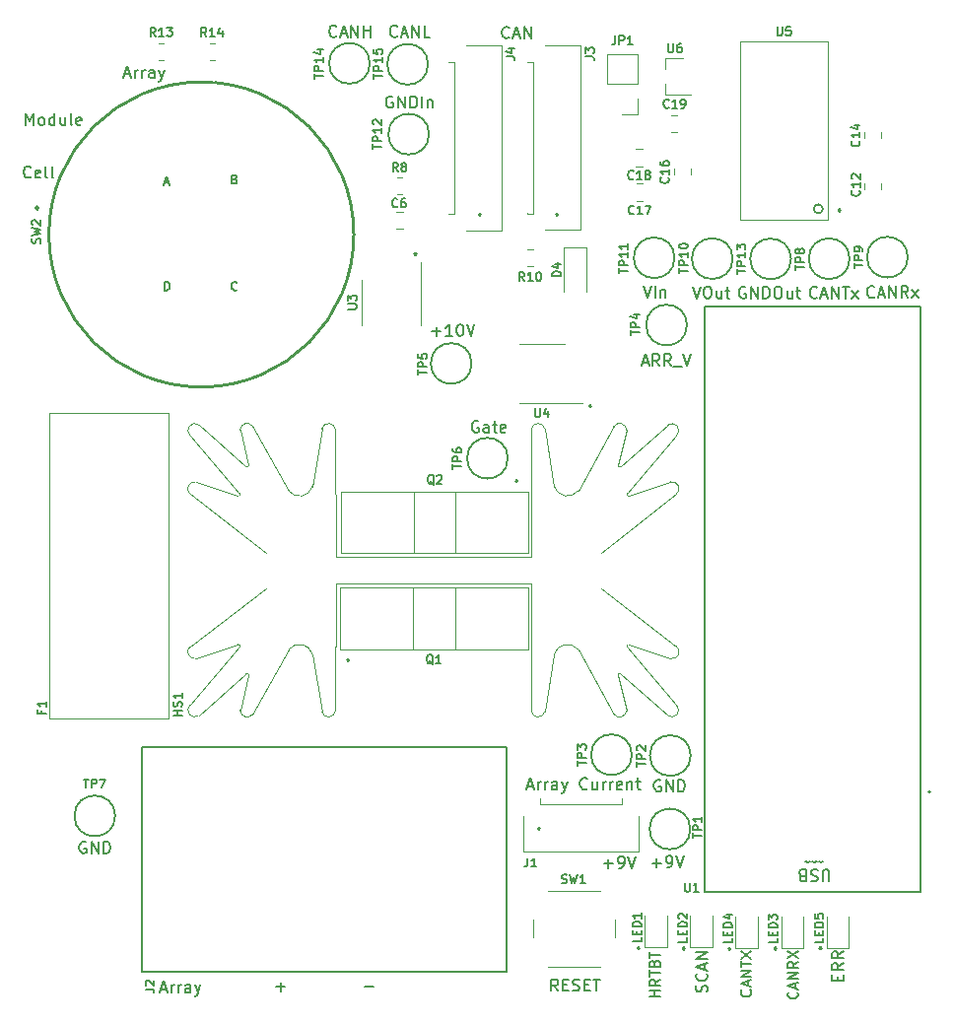
<source format=gbr>
%TF.GenerationSoftware,KiCad,Pcbnew,(5.1.9)-1*%
%TF.CreationDate,2021-04-03T20:31:08-05:00*%
%TF.ProjectId,IV Curve Tracer,49562043-7572-4766-9520-547261636572,1.1*%
%TF.SameCoordinates,Original*%
%TF.FileFunction,Legend,Top*%
%TF.FilePolarity,Positive*%
%FSLAX46Y46*%
G04 Gerber Fmt 4.6, Leading zero omitted, Abs format (unit mm)*
G04 Created by KiCad (PCBNEW (5.1.9)-1) date 2021-04-03 20:31:08*
%MOMM*%
%LPD*%
G01*
G04 APERTURE LIST*
%ADD10C,0.250000*%
%ADD11C,0.150000*%
%ADD12C,0.120000*%
%ADD13C,0.254000*%
%ADD14C,0.152400*%
%ADD15C,0.200000*%
%ADD16C,0.127000*%
G04 APERTURE END LIST*
D10*
X53848000Y-40743142D02*
X53895619Y-40790761D01*
X53848000Y-40838380D01*
X53800380Y-40790761D01*
X53848000Y-40743142D01*
X53848000Y-40838380D01*
D11*
X73382380Y-50136666D02*
X73858571Y-50136666D01*
X73287142Y-50422380D02*
X73620476Y-49422380D01*
X73953809Y-50422380D01*
X74858571Y-50422380D02*
X74525238Y-49946190D01*
X74287142Y-50422380D02*
X74287142Y-49422380D01*
X74668095Y-49422380D01*
X74763333Y-49470000D01*
X74810952Y-49517619D01*
X74858571Y-49612857D01*
X74858571Y-49755714D01*
X74810952Y-49850952D01*
X74763333Y-49898571D01*
X74668095Y-49946190D01*
X74287142Y-49946190D01*
X75858571Y-50422380D02*
X75525238Y-49946190D01*
X75287142Y-50422380D02*
X75287142Y-49422380D01*
X75668095Y-49422380D01*
X75763333Y-49470000D01*
X75810952Y-49517619D01*
X75858571Y-49612857D01*
X75858571Y-49755714D01*
X75810952Y-49850952D01*
X75763333Y-49898571D01*
X75668095Y-49946190D01*
X75287142Y-49946190D01*
X76049047Y-50517619D02*
X76810952Y-50517619D01*
X76906190Y-49422380D02*
X77239523Y-50422380D01*
X77572857Y-49422380D01*
X63500476Y-86536666D02*
X63976666Y-86536666D01*
X63405238Y-86822380D02*
X63738571Y-85822380D01*
X64071904Y-86822380D01*
X64405238Y-86822380D02*
X64405238Y-86155714D01*
X64405238Y-86346190D02*
X64452857Y-86250952D01*
X64500476Y-86203333D01*
X64595714Y-86155714D01*
X64690952Y-86155714D01*
X65024285Y-86822380D02*
X65024285Y-86155714D01*
X65024285Y-86346190D02*
X65071904Y-86250952D01*
X65119523Y-86203333D01*
X65214761Y-86155714D01*
X65310000Y-86155714D01*
X66071904Y-86822380D02*
X66071904Y-86298571D01*
X66024285Y-86203333D01*
X65929047Y-86155714D01*
X65738571Y-86155714D01*
X65643333Y-86203333D01*
X66071904Y-86774761D02*
X65976666Y-86822380D01*
X65738571Y-86822380D01*
X65643333Y-86774761D01*
X65595714Y-86679523D01*
X65595714Y-86584285D01*
X65643333Y-86489047D01*
X65738571Y-86441428D01*
X65976666Y-86441428D01*
X66071904Y-86393809D01*
X66452857Y-86155714D02*
X66690952Y-86822380D01*
X66929047Y-86155714D02*
X66690952Y-86822380D01*
X66595714Y-87060476D01*
X66548095Y-87108095D01*
X66452857Y-87155714D01*
X68643333Y-86727142D02*
X68595714Y-86774761D01*
X68452857Y-86822380D01*
X68357619Y-86822380D01*
X68214761Y-86774761D01*
X68119523Y-86679523D01*
X68071904Y-86584285D01*
X68024285Y-86393809D01*
X68024285Y-86250952D01*
X68071904Y-86060476D01*
X68119523Y-85965238D01*
X68214761Y-85870000D01*
X68357619Y-85822380D01*
X68452857Y-85822380D01*
X68595714Y-85870000D01*
X68643333Y-85917619D01*
X69500476Y-86155714D02*
X69500476Y-86822380D01*
X69071904Y-86155714D02*
X69071904Y-86679523D01*
X69119523Y-86774761D01*
X69214761Y-86822380D01*
X69357619Y-86822380D01*
X69452857Y-86774761D01*
X69500476Y-86727142D01*
X69976666Y-86822380D02*
X69976666Y-86155714D01*
X69976666Y-86346190D02*
X70024285Y-86250952D01*
X70071904Y-86203333D01*
X70167142Y-86155714D01*
X70262380Y-86155714D01*
X70595714Y-86822380D02*
X70595714Y-86155714D01*
X70595714Y-86346190D02*
X70643333Y-86250952D01*
X70690952Y-86203333D01*
X70786190Y-86155714D01*
X70881428Y-86155714D01*
X71595714Y-86774761D02*
X71500476Y-86822380D01*
X71310000Y-86822380D01*
X71214761Y-86774761D01*
X71167142Y-86679523D01*
X71167142Y-86298571D01*
X71214761Y-86203333D01*
X71310000Y-86155714D01*
X71500476Y-86155714D01*
X71595714Y-86203333D01*
X71643333Y-86298571D01*
X71643333Y-86393809D01*
X71167142Y-86489047D01*
X72071904Y-86155714D02*
X72071904Y-86822380D01*
X72071904Y-86250952D02*
X72119523Y-86203333D01*
X72214761Y-86155714D01*
X72357619Y-86155714D01*
X72452857Y-86203333D01*
X72500476Y-86298571D01*
X72500476Y-86822380D01*
X72833809Y-86155714D02*
X73214761Y-86155714D01*
X72976666Y-85822380D02*
X72976666Y-86679523D01*
X73024285Y-86774761D01*
X73119523Y-86822380D01*
X73214761Y-86822380D01*
X74214285Y-93121428D02*
X74976190Y-93121428D01*
X74595238Y-93502380D02*
X74595238Y-92740476D01*
X75500000Y-93502380D02*
X75690476Y-93502380D01*
X75785714Y-93454761D01*
X75833333Y-93407142D01*
X75928571Y-93264285D01*
X75976190Y-93073809D01*
X75976190Y-92692857D01*
X75928571Y-92597619D01*
X75880952Y-92550000D01*
X75785714Y-92502380D01*
X75595238Y-92502380D01*
X75500000Y-92550000D01*
X75452380Y-92597619D01*
X75404761Y-92692857D01*
X75404761Y-92930952D01*
X75452380Y-93026190D01*
X75500000Y-93073809D01*
X75595238Y-93121428D01*
X75785714Y-93121428D01*
X75880952Y-93073809D01*
X75928571Y-93026190D01*
X75976190Y-92930952D01*
X76261904Y-92502380D02*
X76595238Y-93502380D01*
X76928571Y-92502380D01*
D10*
X68850000Y-53797142D02*
X68897619Y-53844761D01*
X68850000Y-53892380D01*
X68802380Y-53844761D01*
X68850000Y-53797142D01*
X68850000Y-53892380D01*
X66030000Y-37347142D02*
X66077619Y-37394761D01*
X66030000Y-37442380D01*
X65982380Y-37394761D01*
X66030000Y-37347142D01*
X66030000Y-37442380D01*
X59370000Y-37347142D02*
X59417619Y-37394761D01*
X59370000Y-37442380D01*
X59322380Y-37394761D01*
X59370000Y-37347142D01*
X59370000Y-37442380D01*
X90270000Y-36987142D02*
X90317619Y-37034761D01*
X90270000Y-37082380D01*
X90222380Y-37034761D01*
X90270000Y-36987142D01*
X90270000Y-37082380D01*
X62560000Y-60227142D02*
X62607619Y-60274761D01*
X62560000Y-60322380D01*
X62512380Y-60274761D01*
X62560000Y-60227142D01*
X62560000Y-60322380D01*
X48080000Y-75607142D02*
X48127619Y-75654761D01*
X48080000Y-75702380D01*
X48032380Y-75654761D01*
X48080000Y-75607142D01*
X48080000Y-75702380D01*
X88640000Y-100377142D02*
X88687619Y-100424761D01*
X88640000Y-100472380D01*
X88592380Y-100424761D01*
X88640000Y-100377142D01*
X88640000Y-100472380D01*
X84780000Y-100397142D02*
X84827619Y-100444761D01*
X84780000Y-100492380D01*
X84732380Y-100444761D01*
X84780000Y-100397142D01*
X84780000Y-100492380D01*
X80840000Y-100427142D02*
X80887619Y-100474761D01*
X80840000Y-100522380D01*
X80792380Y-100474761D01*
X80840000Y-100427142D01*
X80840000Y-100522380D01*
X76890000Y-100397142D02*
X76937619Y-100444761D01*
X76890000Y-100492380D01*
X76842380Y-100444761D01*
X76890000Y-100397142D01*
X76890000Y-100492380D01*
X73020000Y-100357142D02*
X73067619Y-100404761D01*
X73020000Y-100452380D01*
X72972380Y-100404761D01*
X73020000Y-100357142D01*
X73020000Y-100452380D01*
X64470000Y-90097142D02*
X64517619Y-90144761D01*
X64470000Y-90192380D01*
X64422380Y-90144761D01*
X64470000Y-90097142D01*
X64470000Y-90192380D01*
D11*
X70094285Y-93171428D02*
X70856190Y-93171428D01*
X70475238Y-93552380D02*
X70475238Y-92790476D01*
X71380000Y-93552380D02*
X71570476Y-93552380D01*
X71665714Y-93504761D01*
X71713333Y-93457142D01*
X71808571Y-93314285D01*
X71856190Y-93123809D01*
X71856190Y-92742857D01*
X71808571Y-92647619D01*
X71760952Y-92600000D01*
X71665714Y-92552380D01*
X71475238Y-92552380D01*
X71380000Y-92600000D01*
X71332380Y-92647619D01*
X71284761Y-92742857D01*
X71284761Y-92980952D01*
X71332380Y-93076190D01*
X71380000Y-93123809D01*
X71475238Y-93171428D01*
X71665714Y-93171428D01*
X71760952Y-93123809D01*
X71808571Y-93076190D01*
X71856190Y-92980952D01*
X72141904Y-92552380D02*
X72475238Y-93552380D01*
X72808571Y-92552380D01*
X49489047Y-103771428D02*
X50250952Y-103771428D01*
X41929047Y-103751428D02*
X42690952Y-103751428D01*
X42310000Y-104132380D02*
X42310000Y-103370476D01*
X86691428Y-104237142D02*
X86734285Y-104280000D01*
X86777142Y-104408571D01*
X86777142Y-104494285D01*
X86734285Y-104622857D01*
X86648571Y-104708571D01*
X86562857Y-104751428D01*
X86391428Y-104794285D01*
X86262857Y-104794285D01*
X86091428Y-104751428D01*
X86005714Y-104708571D01*
X85920000Y-104622857D01*
X85877142Y-104494285D01*
X85877142Y-104408571D01*
X85920000Y-104280000D01*
X85962857Y-104237142D01*
X86520000Y-103894285D02*
X86520000Y-103465714D01*
X86777142Y-103980000D02*
X85877142Y-103680000D01*
X86777142Y-103380000D01*
X86777142Y-103080000D02*
X85877142Y-103080000D01*
X86777142Y-102565714D01*
X85877142Y-102565714D01*
X86777142Y-101622857D02*
X86348571Y-101922857D01*
X86777142Y-102137142D02*
X85877142Y-102137142D01*
X85877142Y-101794285D01*
X85920000Y-101708571D01*
X85962857Y-101665714D01*
X86048571Y-101622857D01*
X86177142Y-101622857D01*
X86262857Y-101665714D01*
X86305714Y-101708571D01*
X86348571Y-101794285D01*
X86348571Y-102137142D01*
X85877142Y-101322857D02*
X86777142Y-100722857D01*
X85877142Y-100722857D02*
X86777142Y-101322857D01*
X90158571Y-103204285D02*
X90158571Y-102870952D01*
X90682380Y-102728095D02*
X90682380Y-103204285D01*
X89682380Y-103204285D01*
X89682380Y-102728095D01*
X90682380Y-101728095D02*
X90206190Y-102061428D01*
X90682380Y-102299523D02*
X89682380Y-102299523D01*
X89682380Y-101918571D01*
X89730000Y-101823333D01*
X89777619Y-101775714D01*
X89872857Y-101728095D01*
X90015714Y-101728095D01*
X90110952Y-101775714D01*
X90158571Y-101823333D01*
X90206190Y-101918571D01*
X90206190Y-102299523D01*
X90682380Y-100728095D02*
X90206190Y-101061428D01*
X90682380Y-101299523D02*
X89682380Y-101299523D01*
X89682380Y-100918571D01*
X89730000Y-100823333D01*
X89777619Y-100775714D01*
X89872857Y-100728095D01*
X90015714Y-100728095D01*
X90110952Y-100775714D01*
X90158571Y-100823333D01*
X90206190Y-100918571D01*
X90206190Y-101299523D01*
X82661428Y-104040000D02*
X82704285Y-104082857D01*
X82747142Y-104211428D01*
X82747142Y-104297142D01*
X82704285Y-104425714D01*
X82618571Y-104511428D01*
X82532857Y-104554285D01*
X82361428Y-104597142D01*
X82232857Y-104597142D01*
X82061428Y-104554285D01*
X81975714Y-104511428D01*
X81890000Y-104425714D01*
X81847142Y-104297142D01*
X81847142Y-104211428D01*
X81890000Y-104082857D01*
X81932857Y-104040000D01*
X82490000Y-103697142D02*
X82490000Y-103268571D01*
X82747142Y-103782857D02*
X81847142Y-103482857D01*
X82747142Y-103182857D01*
X82747142Y-102882857D02*
X81847142Y-102882857D01*
X82747142Y-102368571D01*
X81847142Y-102368571D01*
X81847142Y-102068571D02*
X81847142Y-101554285D01*
X82747142Y-101811428D02*
X81847142Y-101811428D01*
X81847142Y-101340000D02*
X82747142Y-100740000D01*
X81847142Y-100740000D02*
X82747142Y-101340000D01*
X78944761Y-104208095D02*
X78992380Y-104065238D01*
X78992380Y-103827142D01*
X78944761Y-103731904D01*
X78897142Y-103684285D01*
X78801904Y-103636666D01*
X78706666Y-103636666D01*
X78611428Y-103684285D01*
X78563809Y-103731904D01*
X78516190Y-103827142D01*
X78468571Y-104017619D01*
X78420952Y-104112857D01*
X78373333Y-104160476D01*
X78278095Y-104208095D01*
X78182857Y-104208095D01*
X78087619Y-104160476D01*
X78040000Y-104112857D01*
X77992380Y-104017619D01*
X77992380Y-103779523D01*
X78040000Y-103636666D01*
X78897142Y-102636666D02*
X78944761Y-102684285D01*
X78992380Y-102827142D01*
X78992380Y-102922380D01*
X78944761Y-103065238D01*
X78849523Y-103160476D01*
X78754285Y-103208095D01*
X78563809Y-103255714D01*
X78420952Y-103255714D01*
X78230476Y-103208095D01*
X78135238Y-103160476D01*
X78040000Y-103065238D01*
X77992380Y-102922380D01*
X77992380Y-102827142D01*
X78040000Y-102684285D01*
X78087619Y-102636666D01*
X78706666Y-102255714D02*
X78706666Y-101779523D01*
X78992380Y-102350952D02*
X77992380Y-102017619D01*
X78992380Y-101684285D01*
X78992380Y-101350952D02*
X77992380Y-101350952D01*
X78992380Y-100779523D01*
X77992380Y-100779523D01*
X74897142Y-104572857D02*
X73997142Y-104572857D01*
X74425714Y-104572857D02*
X74425714Y-104058571D01*
X74897142Y-104058571D02*
X73997142Y-104058571D01*
X74897142Y-103115714D02*
X74468571Y-103415714D01*
X74897142Y-103630000D02*
X73997142Y-103630000D01*
X73997142Y-103287142D01*
X74040000Y-103201428D01*
X74082857Y-103158571D01*
X74168571Y-103115714D01*
X74297142Y-103115714D01*
X74382857Y-103158571D01*
X74425714Y-103201428D01*
X74468571Y-103287142D01*
X74468571Y-103630000D01*
X73997142Y-102858571D02*
X73997142Y-102344285D01*
X74897142Y-102601428D02*
X73997142Y-102601428D01*
X74425714Y-101744285D02*
X74468571Y-101615714D01*
X74511428Y-101572857D01*
X74597142Y-101530000D01*
X74725714Y-101530000D01*
X74811428Y-101572857D01*
X74854285Y-101615714D01*
X74897142Y-101701428D01*
X74897142Y-102044285D01*
X73997142Y-102044285D01*
X73997142Y-101744285D01*
X74040000Y-101658571D01*
X74082857Y-101615714D01*
X74168571Y-101572857D01*
X74254285Y-101572857D01*
X74340000Y-101615714D01*
X74382857Y-101658571D01*
X74425714Y-101744285D01*
X74425714Y-102044285D01*
X73997142Y-101272857D02*
X73997142Y-100758571D01*
X74897142Y-101015714D02*
X73997142Y-101015714D01*
X52332380Y-22077142D02*
X52284761Y-22124761D01*
X52141904Y-22172380D01*
X52046666Y-22172380D01*
X51903809Y-22124761D01*
X51808571Y-22029523D01*
X51760952Y-21934285D01*
X51713333Y-21743809D01*
X51713333Y-21600952D01*
X51760952Y-21410476D01*
X51808571Y-21315238D01*
X51903809Y-21220000D01*
X52046666Y-21172380D01*
X52141904Y-21172380D01*
X52284761Y-21220000D01*
X52332380Y-21267619D01*
X52713333Y-21886666D02*
X53189523Y-21886666D01*
X52618095Y-22172380D02*
X52951428Y-21172380D01*
X53284761Y-22172380D01*
X53618095Y-22172380D02*
X53618095Y-21172380D01*
X54189523Y-22172380D01*
X54189523Y-21172380D01*
X55141904Y-22172380D02*
X54665714Y-22172380D01*
X54665714Y-21172380D01*
X47093333Y-22077142D02*
X47045714Y-22124761D01*
X46902857Y-22172380D01*
X46807619Y-22172380D01*
X46664761Y-22124761D01*
X46569523Y-22029523D01*
X46521904Y-21934285D01*
X46474285Y-21743809D01*
X46474285Y-21600952D01*
X46521904Y-21410476D01*
X46569523Y-21315238D01*
X46664761Y-21220000D01*
X46807619Y-21172380D01*
X46902857Y-21172380D01*
X47045714Y-21220000D01*
X47093333Y-21267619D01*
X47474285Y-21886666D02*
X47950476Y-21886666D01*
X47379047Y-22172380D02*
X47712380Y-21172380D01*
X48045714Y-22172380D01*
X48379047Y-22172380D02*
X48379047Y-21172380D01*
X48950476Y-22172380D01*
X48950476Y-21172380D01*
X49426666Y-22172380D02*
X49426666Y-21172380D01*
X49426666Y-21648571D02*
X49998095Y-21648571D01*
X49998095Y-22172380D02*
X49998095Y-21172380D01*
X73466190Y-43532380D02*
X73799523Y-44532380D01*
X74132857Y-43532380D01*
X74466190Y-44532380D02*
X74466190Y-43532380D01*
X74942380Y-43865714D02*
X74942380Y-44532380D01*
X74942380Y-43960952D02*
X74990000Y-43913333D01*
X75085238Y-43865714D01*
X75228095Y-43865714D01*
X75323333Y-43913333D01*
X75370952Y-44008571D01*
X75370952Y-44532380D01*
X77704761Y-43612380D02*
X78038095Y-44612380D01*
X78371428Y-43612380D01*
X78895238Y-43612380D02*
X79085714Y-43612380D01*
X79180952Y-43660000D01*
X79276190Y-43755238D01*
X79323809Y-43945714D01*
X79323809Y-44279047D01*
X79276190Y-44469523D01*
X79180952Y-44564761D01*
X79085714Y-44612380D01*
X78895238Y-44612380D01*
X78800000Y-44564761D01*
X78704761Y-44469523D01*
X78657142Y-44279047D01*
X78657142Y-43945714D01*
X78704761Y-43755238D01*
X78800000Y-43660000D01*
X78895238Y-43612380D01*
X80180952Y-43945714D02*
X80180952Y-44612380D01*
X79752380Y-43945714D02*
X79752380Y-44469523D01*
X79800000Y-44564761D01*
X79895238Y-44612380D01*
X80038095Y-44612380D01*
X80133333Y-44564761D01*
X80180952Y-44517142D01*
X80514285Y-43945714D02*
X80895238Y-43945714D01*
X80657142Y-43612380D02*
X80657142Y-44469523D01*
X80704761Y-44564761D01*
X80800000Y-44612380D01*
X80895238Y-44612380D01*
X82236190Y-43670000D02*
X82140952Y-43622380D01*
X81998095Y-43622380D01*
X81855238Y-43670000D01*
X81760000Y-43765238D01*
X81712380Y-43860476D01*
X81664761Y-44050952D01*
X81664761Y-44193809D01*
X81712380Y-44384285D01*
X81760000Y-44479523D01*
X81855238Y-44574761D01*
X81998095Y-44622380D01*
X82093333Y-44622380D01*
X82236190Y-44574761D01*
X82283809Y-44527142D01*
X82283809Y-44193809D01*
X82093333Y-44193809D01*
X82712380Y-44622380D02*
X82712380Y-43622380D01*
X83283809Y-44622380D01*
X83283809Y-43622380D01*
X83760000Y-44622380D02*
X83760000Y-43622380D01*
X83998095Y-43622380D01*
X84140952Y-43670000D01*
X84236190Y-43765238D01*
X84283809Y-43860476D01*
X84331428Y-44050952D01*
X84331428Y-44193809D01*
X84283809Y-44384285D01*
X84236190Y-44479523D01*
X84140952Y-44574761D01*
X83998095Y-44622380D01*
X83760000Y-44622380D01*
X84950476Y-43622380D02*
X85140952Y-43622380D01*
X85236190Y-43670000D01*
X85331428Y-43765238D01*
X85379047Y-43955714D01*
X85379047Y-44289047D01*
X85331428Y-44479523D01*
X85236190Y-44574761D01*
X85140952Y-44622380D01*
X84950476Y-44622380D01*
X84855238Y-44574761D01*
X84760000Y-44479523D01*
X84712380Y-44289047D01*
X84712380Y-43955714D01*
X84760000Y-43765238D01*
X84855238Y-43670000D01*
X84950476Y-43622380D01*
X86236190Y-43955714D02*
X86236190Y-44622380D01*
X85807619Y-43955714D02*
X85807619Y-44479523D01*
X85855238Y-44574761D01*
X85950476Y-44622380D01*
X86093333Y-44622380D01*
X86188571Y-44574761D01*
X86236190Y-44527142D01*
X86569523Y-43955714D02*
X86950476Y-43955714D01*
X86712380Y-43622380D02*
X86712380Y-44479523D01*
X86760000Y-44574761D01*
X86855238Y-44622380D01*
X86950476Y-44622380D01*
X88381428Y-44527142D02*
X88333809Y-44574761D01*
X88190952Y-44622380D01*
X88095714Y-44622380D01*
X87952857Y-44574761D01*
X87857619Y-44479523D01*
X87810000Y-44384285D01*
X87762380Y-44193809D01*
X87762380Y-44050952D01*
X87810000Y-43860476D01*
X87857619Y-43765238D01*
X87952857Y-43670000D01*
X88095714Y-43622380D01*
X88190952Y-43622380D01*
X88333809Y-43670000D01*
X88381428Y-43717619D01*
X88762380Y-44336666D02*
X89238571Y-44336666D01*
X88667142Y-44622380D02*
X89000476Y-43622380D01*
X89333809Y-44622380D01*
X89667142Y-44622380D02*
X89667142Y-43622380D01*
X90238571Y-44622380D01*
X90238571Y-43622380D01*
X90571904Y-43622380D02*
X91143333Y-43622380D01*
X90857619Y-44622380D02*
X90857619Y-43622380D01*
X91381428Y-44622380D02*
X91905238Y-43955714D01*
X91381428Y-43955714D02*
X91905238Y-44622380D01*
X93312380Y-44477142D02*
X93264761Y-44524761D01*
X93121904Y-44572380D01*
X93026666Y-44572380D01*
X92883809Y-44524761D01*
X92788571Y-44429523D01*
X92740952Y-44334285D01*
X92693333Y-44143809D01*
X92693333Y-44000952D01*
X92740952Y-43810476D01*
X92788571Y-43715238D01*
X92883809Y-43620000D01*
X93026666Y-43572380D01*
X93121904Y-43572380D01*
X93264761Y-43620000D01*
X93312380Y-43667619D01*
X93693333Y-44286666D02*
X94169523Y-44286666D01*
X93598095Y-44572380D02*
X93931428Y-43572380D01*
X94264761Y-44572380D01*
X94598095Y-44572380D02*
X94598095Y-43572380D01*
X95169523Y-44572380D01*
X95169523Y-43572380D01*
X96217142Y-44572380D02*
X95883809Y-44096190D01*
X95645714Y-44572380D02*
X95645714Y-43572380D01*
X96026666Y-43572380D01*
X96121904Y-43620000D01*
X96169523Y-43667619D01*
X96217142Y-43762857D01*
X96217142Y-43905714D01*
X96169523Y-44000952D01*
X96121904Y-44048571D01*
X96026666Y-44096190D01*
X95645714Y-44096190D01*
X96550476Y-44572380D02*
X97074285Y-43905714D01*
X96550476Y-43905714D02*
X97074285Y-44572380D01*
X51927619Y-27300000D02*
X51832380Y-27252380D01*
X51689523Y-27252380D01*
X51546666Y-27300000D01*
X51451428Y-27395238D01*
X51403809Y-27490476D01*
X51356190Y-27680952D01*
X51356190Y-27823809D01*
X51403809Y-28014285D01*
X51451428Y-28109523D01*
X51546666Y-28204761D01*
X51689523Y-28252380D01*
X51784761Y-28252380D01*
X51927619Y-28204761D01*
X51975238Y-28157142D01*
X51975238Y-27823809D01*
X51784761Y-27823809D01*
X52403809Y-28252380D02*
X52403809Y-27252380D01*
X52975238Y-28252380D01*
X52975238Y-27252380D01*
X53451428Y-28252380D02*
X53451428Y-27252380D01*
X53689523Y-27252380D01*
X53832380Y-27300000D01*
X53927619Y-27395238D01*
X53975238Y-27490476D01*
X54022857Y-27680952D01*
X54022857Y-27823809D01*
X53975238Y-28014285D01*
X53927619Y-28109523D01*
X53832380Y-28204761D01*
X53689523Y-28252380D01*
X53451428Y-28252380D01*
X54451428Y-28252380D02*
X54451428Y-27252380D01*
X54927619Y-27585714D02*
X54927619Y-28252380D01*
X54927619Y-27680952D02*
X54975238Y-27633333D01*
X55070476Y-27585714D01*
X55213333Y-27585714D01*
X55308571Y-27633333D01*
X55356190Y-27728571D01*
X55356190Y-28252380D01*
X28879523Y-25386666D02*
X29355714Y-25386666D01*
X28784285Y-25672380D02*
X29117619Y-24672380D01*
X29450952Y-25672380D01*
X29784285Y-25672380D02*
X29784285Y-25005714D01*
X29784285Y-25196190D02*
X29831904Y-25100952D01*
X29879523Y-25053333D01*
X29974761Y-25005714D01*
X30070000Y-25005714D01*
X30403333Y-25672380D02*
X30403333Y-25005714D01*
X30403333Y-25196190D02*
X30450952Y-25100952D01*
X30498571Y-25053333D01*
X30593809Y-25005714D01*
X30689047Y-25005714D01*
X31450952Y-25672380D02*
X31450952Y-25148571D01*
X31403333Y-25053333D01*
X31308095Y-25005714D01*
X31117619Y-25005714D01*
X31022380Y-25053333D01*
X31450952Y-25624761D02*
X31355714Y-25672380D01*
X31117619Y-25672380D01*
X31022380Y-25624761D01*
X30974761Y-25529523D01*
X30974761Y-25434285D01*
X31022380Y-25339047D01*
X31117619Y-25291428D01*
X31355714Y-25291428D01*
X31450952Y-25243809D01*
X31831904Y-25005714D02*
X32070000Y-25672380D01*
X32308095Y-25005714D02*
X32070000Y-25672380D01*
X31974761Y-25910476D01*
X31927142Y-25958095D01*
X31831904Y-26005714D01*
X20847142Y-34177142D02*
X20799523Y-34224761D01*
X20656666Y-34272380D01*
X20561428Y-34272380D01*
X20418571Y-34224761D01*
X20323333Y-34129523D01*
X20275714Y-34034285D01*
X20228095Y-33843809D01*
X20228095Y-33700952D01*
X20275714Y-33510476D01*
X20323333Y-33415238D01*
X20418571Y-33320000D01*
X20561428Y-33272380D01*
X20656666Y-33272380D01*
X20799523Y-33320000D01*
X20847142Y-33367619D01*
X21656666Y-34224761D02*
X21561428Y-34272380D01*
X21370952Y-34272380D01*
X21275714Y-34224761D01*
X21228095Y-34129523D01*
X21228095Y-33748571D01*
X21275714Y-33653333D01*
X21370952Y-33605714D01*
X21561428Y-33605714D01*
X21656666Y-33653333D01*
X21704285Y-33748571D01*
X21704285Y-33843809D01*
X21228095Y-33939047D01*
X22275714Y-34272380D02*
X22180476Y-34224761D01*
X22132857Y-34129523D01*
X22132857Y-33272380D01*
X22799523Y-34272380D02*
X22704285Y-34224761D01*
X22656666Y-34129523D01*
X22656666Y-33272380D01*
X20419047Y-29732380D02*
X20419047Y-28732380D01*
X20752380Y-29446666D01*
X21085714Y-28732380D01*
X21085714Y-29732380D01*
X21704761Y-29732380D02*
X21609523Y-29684761D01*
X21561904Y-29637142D01*
X21514285Y-29541904D01*
X21514285Y-29256190D01*
X21561904Y-29160952D01*
X21609523Y-29113333D01*
X21704761Y-29065714D01*
X21847619Y-29065714D01*
X21942857Y-29113333D01*
X21990476Y-29160952D01*
X22038095Y-29256190D01*
X22038095Y-29541904D01*
X21990476Y-29637142D01*
X21942857Y-29684761D01*
X21847619Y-29732380D01*
X21704761Y-29732380D01*
X22895238Y-29732380D02*
X22895238Y-28732380D01*
X22895238Y-29684761D02*
X22800000Y-29732380D01*
X22609523Y-29732380D01*
X22514285Y-29684761D01*
X22466666Y-29637142D01*
X22419047Y-29541904D01*
X22419047Y-29256190D01*
X22466666Y-29160952D01*
X22514285Y-29113333D01*
X22609523Y-29065714D01*
X22800000Y-29065714D01*
X22895238Y-29113333D01*
X23800000Y-29065714D02*
X23800000Y-29732380D01*
X23371428Y-29065714D02*
X23371428Y-29589523D01*
X23419047Y-29684761D01*
X23514285Y-29732380D01*
X23657142Y-29732380D01*
X23752380Y-29684761D01*
X23800000Y-29637142D01*
X24419047Y-29732380D02*
X24323809Y-29684761D01*
X24276190Y-29589523D01*
X24276190Y-28732380D01*
X25180952Y-29684761D02*
X25085714Y-29732380D01*
X24895238Y-29732380D01*
X24800000Y-29684761D01*
X24752380Y-29589523D01*
X24752380Y-29208571D01*
X24800000Y-29113333D01*
X24895238Y-29065714D01*
X25085714Y-29065714D01*
X25180952Y-29113333D01*
X25228571Y-29208571D01*
X25228571Y-29303809D01*
X24752380Y-29399047D01*
X74938095Y-86040000D02*
X74842857Y-85992380D01*
X74700000Y-85992380D01*
X74557142Y-86040000D01*
X74461904Y-86135238D01*
X74414285Y-86230476D01*
X74366666Y-86420952D01*
X74366666Y-86563809D01*
X74414285Y-86754285D01*
X74461904Y-86849523D01*
X74557142Y-86944761D01*
X74700000Y-86992380D01*
X74795238Y-86992380D01*
X74938095Y-86944761D01*
X74985714Y-86897142D01*
X74985714Y-86563809D01*
X74795238Y-86563809D01*
X75414285Y-86992380D02*
X75414285Y-85992380D01*
X75985714Y-86992380D01*
X75985714Y-85992380D01*
X76461904Y-86992380D02*
X76461904Y-85992380D01*
X76700000Y-85992380D01*
X76842857Y-86040000D01*
X76938095Y-86135238D01*
X76985714Y-86230476D01*
X77033333Y-86420952D01*
X77033333Y-86563809D01*
X76985714Y-86754285D01*
X76938095Y-86849523D01*
X76842857Y-86944761D01*
X76700000Y-86992380D01*
X76461904Y-86992380D01*
X59285238Y-55190000D02*
X59190000Y-55142380D01*
X59047142Y-55142380D01*
X58904285Y-55190000D01*
X58809047Y-55285238D01*
X58761428Y-55380476D01*
X58713809Y-55570952D01*
X58713809Y-55713809D01*
X58761428Y-55904285D01*
X58809047Y-55999523D01*
X58904285Y-56094761D01*
X59047142Y-56142380D01*
X59142380Y-56142380D01*
X59285238Y-56094761D01*
X59332857Y-56047142D01*
X59332857Y-55713809D01*
X59142380Y-55713809D01*
X60190000Y-56142380D02*
X60190000Y-55618571D01*
X60142380Y-55523333D01*
X60047142Y-55475714D01*
X59856666Y-55475714D01*
X59761428Y-55523333D01*
X60190000Y-56094761D02*
X60094761Y-56142380D01*
X59856666Y-56142380D01*
X59761428Y-56094761D01*
X59713809Y-55999523D01*
X59713809Y-55904285D01*
X59761428Y-55809047D01*
X59856666Y-55761428D01*
X60094761Y-55761428D01*
X60190000Y-55713809D01*
X60523333Y-55475714D02*
X60904285Y-55475714D01*
X60666190Y-55142380D02*
X60666190Y-55999523D01*
X60713809Y-56094761D01*
X60809047Y-56142380D01*
X60904285Y-56142380D01*
X61618571Y-56094761D02*
X61523333Y-56142380D01*
X61332857Y-56142380D01*
X61237619Y-56094761D01*
X61190000Y-55999523D01*
X61190000Y-55618571D01*
X61237619Y-55523333D01*
X61332857Y-55475714D01*
X61523333Y-55475714D01*
X61618571Y-55523333D01*
X61666190Y-55618571D01*
X61666190Y-55713809D01*
X61190000Y-55809047D01*
X55298095Y-47481428D02*
X56060000Y-47481428D01*
X55679047Y-47862380D02*
X55679047Y-47100476D01*
X57060000Y-47862380D02*
X56488571Y-47862380D01*
X56774285Y-47862380D02*
X56774285Y-46862380D01*
X56679047Y-47005238D01*
X56583809Y-47100476D01*
X56488571Y-47148095D01*
X57679047Y-46862380D02*
X57774285Y-46862380D01*
X57869523Y-46910000D01*
X57917142Y-46957619D01*
X57964761Y-47052857D01*
X58012380Y-47243333D01*
X58012380Y-47481428D01*
X57964761Y-47671904D01*
X57917142Y-47767142D01*
X57869523Y-47814761D01*
X57774285Y-47862380D01*
X57679047Y-47862380D01*
X57583809Y-47814761D01*
X57536190Y-47767142D01*
X57488571Y-47671904D01*
X57440952Y-47481428D01*
X57440952Y-47243333D01*
X57488571Y-47052857D01*
X57536190Y-46957619D01*
X57583809Y-46910000D01*
X57679047Y-46862380D01*
X58298095Y-46862380D02*
X58631428Y-47862380D01*
X58964761Y-46862380D01*
X61937142Y-22187142D02*
X61889523Y-22234761D01*
X61746666Y-22282380D01*
X61651428Y-22282380D01*
X61508571Y-22234761D01*
X61413333Y-22139523D01*
X61365714Y-22044285D01*
X61318095Y-21853809D01*
X61318095Y-21710952D01*
X61365714Y-21520476D01*
X61413333Y-21425238D01*
X61508571Y-21330000D01*
X61651428Y-21282380D01*
X61746666Y-21282380D01*
X61889523Y-21330000D01*
X61937142Y-21377619D01*
X62318095Y-21996666D02*
X62794285Y-21996666D01*
X62222857Y-22282380D02*
X62556190Y-21282380D01*
X62889523Y-22282380D01*
X63222857Y-22282380D02*
X63222857Y-21282380D01*
X63794285Y-22282380D01*
X63794285Y-21282380D01*
X25578095Y-91340000D02*
X25482857Y-91292380D01*
X25340000Y-91292380D01*
X25197142Y-91340000D01*
X25101904Y-91435238D01*
X25054285Y-91530476D01*
X25006666Y-91720952D01*
X25006666Y-91863809D01*
X25054285Y-92054285D01*
X25101904Y-92149523D01*
X25197142Y-92244761D01*
X25340000Y-92292380D01*
X25435238Y-92292380D01*
X25578095Y-92244761D01*
X25625714Y-92197142D01*
X25625714Y-91863809D01*
X25435238Y-91863809D01*
X26054285Y-92292380D02*
X26054285Y-91292380D01*
X26625714Y-92292380D01*
X26625714Y-91292380D01*
X27101904Y-92292380D02*
X27101904Y-91292380D01*
X27340000Y-91292380D01*
X27482857Y-91340000D01*
X27578095Y-91435238D01*
X27625714Y-91530476D01*
X27673333Y-91720952D01*
X27673333Y-91863809D01*
X27625714Y-92054285D01*
X27578095Y-92149523D01*
X27482857Y-92244761D01*
X27340000Y-92292380D01*
X27101904Y-92292380D01*
X31999523Y-103976666D02*
X32475714Y-103976666D01*
X31904285Y-104262380D02*
X32237619Y-103262380D01*
X32570952Y-104262380D01*
X32904285Y-104262380D02*
X32904285Y-103595714D01*
X32904285Y-103786190D02*
X32951904Y-103690952D01*
X32999523Y-103643333D01*
X33094761Y-103595714D01*
X33190000Y-103595714D01*
X33523333Y-104262380D02*
X33523333Y-103595714D01*
X33523333Y-103786190D02*
X33570952Y-103690952D01*
X33618571Y-103643333D01*
X33713809Y-103595714D01*
X33809047Y-103595714D01*
X34570952Y-104262380D02*
X34570952Y-103738571D01*
X34523333Y-103643333D01*
X34428095Y-103595714D01*
X34237619Y-103595714D01*
X34142380Y-103643333D01*
X34570952Y-104214761D02*
X34475714Y-104262380D01*
X34237619Y-104262380D01*
X34142380Y-104214761D01*
X34094761Y-104119523D01*
X34094761Y-104024285D01*
X34142380Y-103929047D01*
X34237619Y-103881428D01*
X34475714Y-103881428D01*
X34570952Y-103833809D01*
X34951904Y-103595714D02*
X35190000Y-104262380D01*
X35428095Y-103595714D02*
X35190000Y-104262380D01*
X35094761Y-104500476D01*
X35047142Y-104548095D01*
X34951904Y-104595714D01*
X66127619Y-104122380D02*
X65794285Y-103646190D01*
X65556190Y-104122380D02*
X65556190Y-103122380D01*
X65937142Y-103122380D01*
X66032380Y-103170000D01*
X66080000Y-103217619D01*
X66127619Y-103312857D01*
X66127619Y-103455714D01*
X66080000Y-103550952D01*
X66032380Y-103598571D01*
X65937142Y-103646190D01*
X65556190Y-103646190D01*
X66556190Y-103598571D02*
X66889523Y-103598571D01*
X67032380Y-104122380D02*
X66556190Y-104122380D01*
X66556190Y-103122380D01*
X67032380Y-103122380D01*
X67413333Y-104074761D02*
X67556190Y-104122380D01*
X67794285Y-104122380D01*
X67889523Y-104074761D01*
X67937142Y-104027142D01*
X67984761Y-103931904D01*
X67984761Y-103836666D01*
X67937142Y-103741428D01*
X67889523Y-103693809D01*
X67794285Y-103646190D01*
X67603809Y-103598571D01*
X67508571Y-103550952D01*
X67460952Y-103503333D01*
X67413333Y-103408095D01*
X67413333Y-103312857D01*
X67460952Y-103217619D01*
X67508571Y-103170000D01*
X67603809Y-103122380D01*
X67841904Y-103122380D01*
X67984761Y-103170000D01*
X68413333Y-103598571D02*
X68746666Y-103598571D01*
X68889523Y-104122380D02*
X68413333Y-104122380D01*
X68413333Y-103122380D01*
X68889523Y-103122380D01*
X69175238Y-103122380D02*
X69746666Y-103122380D01*
X69460952Y-104122380D02*
X69460952Y-103122380D01*
X89431904Y-94702619D02*
X89431904Y-93893095D01*
X89384285Y-93797857D01*
X89336666Y-93750238D01*
X89241428Y-93702619D01*
X89050952Y-93702619D01*
X88955714Y-93750238D01*
X88908095Y-93797857D01*
X88860476Y-93893095D01*
X88860476Y-94702619D01*
X88431904Y-93750238D02*
X88289047Y-93702619D01*
X88050952Y-93702619D01*
X87955714Y-93750238D01*
X87908095Y-93797857D01*
X87860476Y-93893095D01*
X87860476Y-93988333D01*
X87908095Y-94083571D01*
X87955714Y-94131190D01*
X88050952Y-94178809D01*
X88241428Y-94226428D01*
X88336666Y-94274047D01*
X88384285Y-94321666D01*
X88431904Y-94416904D01*
X88431904Y-94512142D01*
X88384285Y-94607380D01*
X88336666Y-94655000D01*
X88241428Y-94702619D01*
X88003333Y-94702619D01*
X87860476Y-94655000D01*
X87098571Y-94226428D02*
X86955714Y-94178809D01*
X86908095Y-94131190D01*
X86860476Y-94035952D01*
X86860476Y-93893095D01*
X86908095Y-93797857D01*
X86955714Y-93750238D01*
X87050952Y-93702619D01*
X87431904Y-93702619D01*
X87431904Y-94702619D01*
X87098571Y-94702619D01*
X87003333Y-94655000D01*
X86955714Y-94607380D01*
X86908095Y-94512142D01*
X86908095Y-94416904D01*
X86955714Y-94321666D01*
X87003333Y-94274047D01*
X87098571Y-94226428D01*
X87431904Y-94226428D01*
X88931904Y-92957380D02*
X88741428Y-93100238D01*
X88550952Y-92957380D01*
X88360476Y-92957380D02*
X88170000Y-93100238D01*
X87979523Y-92957380D01*
X87789047Y-92957380D02*
X87598571Y-93100238D01*
X87408095Y-92957380D01*
D12*
%TO.C,U3*%
X54380000Y-44980000D02*
X54380000Y-41530000D01*
X54380000Y-44980000D02*
X54380000Y-46930000D01*
X49260000Y-44980000D02*
X49260000Y-43030000D01*
X49260000Y-44980000D02*
X49260000Y-46930000D01*
D11*
%TO.C,TP1*%
X77500000Y-90210000D02*
G75*
G03*
X77500000Y-90210000I-1750000J0D01*
G01*
D12*
%TO.C,D4*%
X68610000Y-40240000D02*
X66610000Y-40240000D01*
X66610000Y-40240000D02*
X66610000Y-44090000D01*
X68610000Y-40240000D02*
X68610000Y-44090000D01*
D11*
%TO.C,TP6*%
X61820000Y-58360000D02*
G75*
G03*
X61820000Y-58360000I-1750000J0D01*
G01*
D12*
%TO.C,HS1*%
X76320000Y-74510000D02*
X69810000Y-69500000D01*
X72240000Y-74350000D02*
X75800000Y-75570000D01*
X76320000Y-79550000D02*
X72070000Y-74570000D01*
X71540000Y-76880000D02*
X75570000Y-80470000D01*
X72040000Y-80020000D02*
X71290000Y-77030000D01*
X67860000Y-74780000D02*
X70950000Y-80350000D01*
X65010000Y-80140000D02*
X65820000Y-75180000D01*
X63830000Y-69090000D02*
X55430000Y-69090000D01*
X63840000Y-80050000D02*
X63830000Y-69090000D01*
X65010000Y-55820000D02*
X65820000Y-60780000D01*
X63840000Y-55910000D02*
X63830000Y-66870000D01*
X67860000Y-61180000D02*
X70950000Y-55610000D01*
X72040000Y-55940000D02*
X71290000Y-58930000D01*
X71540000Y-59080000D02*
X75570000Y-55490000D01*
X76320000Y-56410000D02*
X72070000Y-61390000D01*
X72240000Y-61610000D02*
X75800000Y-60390000D01*
X76320000Y-61450000D02*
X69810000Y-66460000D01*
X63830000Y-66870000D02*
X55430000Y-66870000D01*
X47020000Y-80050000D02*
X47030000Y-69090000D01*
X45850000Y-80140000D02*
X45040000Y-75180000D01*
X43000000Y-74780000D02*
X39910000Y-80350000D01*
X47020000Y-55910000D02*
X47030000Y-66870000D01*
X45850000Y-55820000D02*
X45040000Y-60780000D01*
X43000000Y-61180000D02*
X39910000Y-55610000D01*
X38620000Y-74350000D02*
X35060000Y-75570000D01*
X34540000Y-74510000D02*
X41050000Y-69500000D01*
X38820000Y-55940000D02*
X39570000Y-58930000D01*
X39320000Y-59080000D02*
X35290000Y-55490000D01*
X39320000Y-76880000D02*
X35290000Y-80470000D01*
X38820000Y-80020000D02*
X39570000Y-77030000D01*
X34540000Y-79550000D02*
X38790000Y-74570000D01*
X34540000Y-56410000D02*
X38790000Y-61390000D01*
X38620000Y-61610000D02*
X35060000Y-60390000D01*
X34540000Y-61450000D02*
X41050000Y-66460000D01*
X47030000Y-66870000D02*
X55430000Y-66870000D01*
X47030000Y-69090000D02*
X55430000Y-69090000D01*
X65808725Y-75218423D02*
G75*
G02*
X67860000Y-74790000I1131275J-291577D01*
G01*
X65008367Y-80118285D02*
G75*
G02*
X63840000Y-80020000I-578367J118285D01*
G01*
X72037254Y-80010714D02*
G75*
G02*
X70940000Y-80340000I-607254J30714D01*
G01*
X76313568Y-79549995D02*
G75*
G02*
X75550000Y-80450000I-393568J-440005D01*
G01*
X76312010Y-74509077D02*
G75*
G02*
X75790000Y-75570000I-382010J-470923D01*
G01*
X71292646Y-77053032D02*
G75*
G02*
X71540000Y-76870000I137354J73032D01*
G01*
X72071005Y-74572844D02*
G75*
G02*
X72240000Y-74350000I108995J92844D01*
G01*
X65008495Y-55842341D02*
G75*
G03*
X63840000Y-55940000I-578495J-117659D01*
G01*
X65808489Y-60740662D02*
G75*
G03*
X67860000Y-61170000I1131511J290662D01*
G01*
X71292739Y-58906794D02*
G75*
G03*
X71540000Y-59090000I137261J-73206D01*
G01*
X72071006Y-61387154D02*
G75*
G03*
X72240000Y-61610000I108994J-92846D01*
G01*
X76311246Y-61451542D02*
G75*
G03*
X75790000Y-60390000I-381246J471542D01*
G01*
X72037296Y-55950134D02*
G75*
G03*
X70940000Y-55620000I-607296J-29866D01*
G01*
X76313361Y-56410190D02*
G75*
G03*
X75550000Y-55510000I-393361J440190D01*
G01*
X45051511Y-75219338D02*
G75*
G03*
X43000000Y-74790000I-1131511J-290662D01*
G01*
X45851505Y-80117659D02*
G75*
G03*
X47020000Y-80020000I578495J117659D01*
G01*
X45851633Y-55841715D02*
G75*
G02*
X47020000Y-55940000I578367J-118285D01*
G01*
X45051275Y-60741577D02*
G75*
G02*
X43000000Y-61170000I-1131275J291577D01*
G01*
X34548754Y-74508458D02*
G75*
G03*
X35070000Y-75570000I381246J-471542D01*
G01*
X38788994Y-74572846D02*
G75*
G03*
X38620000Y-74350000I-108994J92846D01*
G01*
X38822746Y-55949286D02*
G75*
G02*
X39920000Y-55620000I607254J-30714D01*
G01*
X39567354Y-58906968D02*
G75*
G02*
X39320000Y-59090000I-137354J-73032D01*
G01*
X34546432Y-56410005D02*
G75*
G02*
X35310000Y-55510000I393568J440005D01*
G01*
X39567261Y-77053206D02*
G75*
G03*
X39320000Y-76870000I-137261J73206D01*
G01*
X38822704Y-80009866D02*
G75*
G03*
X39920000Y-80340000I607296J29866D01*
G01*
X34546639Y-79549810D02*
G75*
G03*
X35310000Y-80450000I393361J-440190D01*
G01*
X38788995Y-61387156D02*
G75*
G02*
X38620000Y-61610000I-108995J-92844D01*
G01*
X34547990Y-61450923D02*
G75*
G02*
X35070000Y-60390000I382010J470923D01*
G01*
%TO.C,U4*%
X64750000Y-53640000D02*
X68200000Y-53640000D01*
X64750000Y-53640000D02*
X62800000Y-53640000D01*
X64750000Y-48520000D02*
X66700000Y-48520000D01*
X64750000Y-48520000D02*
X62800000Y-48520000D01*
%TO.C,J1*%
X71635000Y-87590000D02*
X71615000Y-87590000D01*
X71635000Y-88090000D02*
X71635000Y-87590000D01*
X64605000Y-88090000D02*
X71635000Y-88090000D01*
X64605000Y-87590000D02*
X64605000Y-88090000D01*
X64625000Y-87590000D02*
X64605000Y-87590000D01*
X73055000Y-92180000D02*
X73055000Y-89105000D01*
X63185000Y-92180000D02*
X73055000Y-92180000D01*
X63185000Y-89105000D02*
X63185000Y-92180000D01*
%TO.C,C6*%
X52791252Y-38635000D02*
X52268748Y-38635000D01*
X52791252Y-37165000D02*
X52268748Y-37165000D01*
D13*
%TO.C,SW2*%
X48600000Y-39140000D02*
G75*
G03*
X48600000Y-39140000I-13100000J0D01*
G01*
X21515000Y-36860000D02*
G75*
G03*
X21515000Y-36860000I-125000J0D01*
G01*
D14*
%TO.C,U5*%
X88885691Y-36940000D02*
G75*
G03*
X88885691Y-36940000I-385691J0D01*
G01*
D12*
X89300000Y-37840000D02*
X81800000Y-37840000D01*
X89300000Y-22540000D02*
X81800000Y-22540000D01*
X81800000Y-37840000D02*
X81800000Y-22540000D01*
X89300000Y-22540000D02*
X89300000Y-37840000D01*
%TO.C,U6*%
X75390000Y-23950000D02*
X76850000Y-23950000D01*
X75390000Y-27110000D02*
X77550000Y-27110000D01*
X75390000Y-27110000D02*
X75390000Y-26180000D01*
X75390000Y-23950000D02*
X75390000Y-24880000D01*
D15*
%TO.C,U1*%
X98140000Y-87000000D02*
G75*
G03*
X98140000Y-87000000I-100000J0D01*
G01*
D16*
X78770000Y-45355000D02*
X97310000Y-45355000D01*
X78770000Y-95645000D02*
X78770000Y-45355000D01*
X97310000Y-45355000D02*
X97310000Y-95645000D01*
X97310000Y-95645000D02*
X78770000Y-95645000D01*
D11*
%TO.C,TP15*%
X54970000Y-24520000D02*
G75*
G03*
X54970000Y-24520000I-1750000J0D01*
G01*
%TO.C,TP14*%
X49970000Y-24440000D02*
G75*
G03*
X49970000Y-24440000I-1750000J0D01*
G01*
%TO.C,TP13*%
X86150000Y-41240000D02*
G75*
G03*
X86150000Y-41240000I-1750000J0D01*
G01*
%TO.C,TP12*%
X55060000Y-30520000D02*
G75*
G03*
X55060000Y-30520000I-1750000J0D01*
G01*
%TO.C,TP11*%
X76150000Y-41140000D02*
G75*
G03*
X76150000Y-41140000I-1750000J0D01*
G01*
%TO.C,TP10*%
X81140000Y-41210000D02*
G75*
G03*
X81140000Y-41210000I-1750000J0D01*
G01*
%TO.C,TP9*%
X96180000Y-41090000D02*
G75*
G03*
X96180000Y-41090000I-1750000J0D01*
G01*
%TO.C,TP8*%
X91180000Y-41220000D02*
G75*
G03*
X91180000Y-41220000I-1750000J0D01*
G01*
%TO.C,TP7*%
X28090000Y-89090000D02*
G75*
G03*
X28090000Y-89090000I-1750000J0D01*
G01*
%TO.C,TP5*%
X58710000Y-50220000D02*
G75*
G03*
X58710000Y-50220000I-1750000J0D01*
G01*
%TO.C,TP4*%
X77210000Y-46920000D02*
G75*
G03*
X77210000Y-46920000I-1750000J0D01*
G01*
%TO.C,TP3*%
X72480000Y-83830000D02*
G75*
G03*
X72480000Y-83830000I-1750000J0D01*
G01*
%TO.C,TP2*%
X77530000Y-83900000D02*
G75*
G03*
X77530000Y-83900000I-1750000J0D01*
G01*
D12*
%TO.C,SW1*%
X69750000Y-95530000D02*
X65250000Y-95530000D01*
X71000000Y-99530000D02*
X71000000Y-98030000D01*
X65250000Y-102030000D02*
X69750000Y-102030000D01*
X64000000Y-98030000D02*
X64000000Y-99530000D01*
%TO.C,R14*%
X36192936Y-24165000D02*
X36647064Y-24165000D01*
X36192936Y-22695000D02*
X36647064Y-22695000D01*
%TO.C,R13*%
X31825436Y-24165000D02*
X32279564Y-24165000D01*
X31825436Y-22695000D02*
X32279564Y-22695000D01*
%TO.C,R10*%
X63964564Y-40405000D02*
X63510436Y-40405000D01*
X63964564Y-41875000D02*
X63510436Y-41875000D01*
%TO.C,R8*%
X52315436Y-34215000D02*
X52769564Y-34215000D01*
X52315436Y-35685000D02*
X52769564Y-35685000D01*
%TO.C,Q2*%
X63620000Y-66521000D02*
X47480000Y-66521000D01*
X63620000Y-61250000D02*
X47480000Y-61250000D01*
X63620000Y-66521000D02*
X63620000Y-61250000D01*
X47480000Y-66521000D02*
X47480000Y-61250000D01*
X57354000Y-66521000D02*
X57354000Y-61250000D01*
X53745000Y-66521000D02*
X53745000Y-61250000D01*
%TO.C,Q1*%
X47420000Y-69479000D02*
X63560000Y-69479000D01*
X47420000Y-74750000D02*
X63560000Y-74750000D01*
X47420000Y-69479000D02*
X47420000Y-74750000D01*
X63560000Y-69479000D02*
X63560000Y-74750000D01*
X53686000Y-69479000D02*
X53686000Y-74750000D01*
X57295000Y-69479000D02*
X57295000Y-74750000D01*
%TO.C,LED5*%
X91140000Y-100437500D02*
X91140000Y-97752500D01*
X89220000Y-100437500D02*
X91140000Y-100437500D01*
X89220000Y-97752500D02*
X89220000Y-100437500D01*
%TO.C,LED4*%
X83320000Y-100452500D02*
X83320000Y-97767500D01*
X81400000Y-100452500D02*
X83320000Y-100452500D01*
X81400000Y-97767500D02*
X81400000Y-100452500D01*
%TO.C,LED3*%
X87230000Y-100445000D02*
X87230000Y-97760000D01*
X85310000Y-100445000D02*
X87230000Y-100445000D01*
X85310000Y-97760000D02*
X85310000Y-100445000D01*
%TO.C,LED2*%
X79410000Y-100365000D02*
X79410000Y-97680000D01*
X77490000Y-100365000D02*
X79410000Y-100365000D01*
X77490000Y-97680000D02*
X77490000Y-100365000D01*
%TO.C,LED1*%
X75510000Y-100362500D02*
X75510000Y-97677500D01*
X73590000Y-100362500D02*
X75510000Y-100362500D01*
X73590000Y-97677500D02*
X73590000Y-100362500D01*
%TO.C,JP1*%
X72990000Y-28820000D02*
X71660000Y-28820000D01*
X72990000Y-27490000D02*
X72990000Y-28820000D01*
X72990000Y-26220000D02*
X70330000Y-26220000D01*
X70330000Y-26220000D02*
X70330000Y-23620000D01*
X72990000Y-26220000D02*
X72990000Y-23620000D01*
X72990000Y-23620000D02*
X70330000Y-23620000D01*
%TO.C,J4*%
X56700000Y-24325000D02*
X56700000Y-24345000D01*
X57200000Y-24325000D02*
X56700000Y-24325000D01*
X57200000Y-37355000D02*
X57200000Y-24325000D01*
X56700000Y-37355000D02*
X57200000Y-37355000D01*
X56700000Y-37335000D02*
X56700000Y-37355000D01*
X61290000Y-22905000D02*
X58215000Y-22905000D01*
X61290000Y-38775000D02*
X61290000Y-22905000D01*
X58215000Y-38775000D02*
X61290000Y-38775000D01*
%TO.C,J3*%
X63480000Y-24315000D02*
X63480000Y-24335000D01*
X63980000Y-24315000D02*
X63480000Y-24315000D01*
X63980000Y-37345000D02*
X63980000Y-24315000D01*
X63480000Y-37345000D02*
X63980000Y-37345000D01*
X63480000Y-37325000D02*
X63480000Y-37345000D01*
X68070000Y-22895000D02*
X64995000Y-22895000D01*
X68070000Y-38765000D02*
X68070000Y-22895000D01*
X64995000Y-38765000D02*
X68070000Y-38765000D01*
D11*
%TO.C,J2*%
X30420000Y-102486000D02*
X30420000Y-83182000D01*
X61760000Y-102486000D02*
X30420000Y-102486000D01*
X61760000Y-83182000D02*
X61760000Y-102486000D01*
X30420000Y-83182000D02*
X61760000Y-83182000D01*
D12*
%TO.C,F1*%
X22470000Y-54500000D02*
X32670000Y-54500000D01*
X22470000Y-80700000D02*
X22470000Y-54500000D01*
X32670000Y-80700000D02*
X22470000Y-80700000D01*
X32670000Y-54500000D02*
X32670000Y-80700000D01*
%TO.C,C19*%
X75878748Y-30345000D02*
X76401252Y-30345000D01*
X75878748Y-28875000D02*
X76401252Y-28875000D01*
%TO.C,C18*%
X73361252Y-31805000D02*
X72838748Y-31805000D01*
X73361252Y-33275000D02*
X72838748Y-33275000D01*
%TO.C,C17*%
X73391252Y-34775000D02*
X72868748Y-34775000D01*
X73391252Y-36245000D02*
X72868748Y-36245000D01*
%TO.C,C16*%
X77575000Y-34011252D02*
X77575000Y-33488748D01*
X76105000Y-34011252D02*
X76105000Y-33488748D01*
%TO.C,C14*%
X93905000Y-30881252D02*
X93905000Y-30358748D01*
X92435000Y-30881252D02*
X92435000Y-30358748D01*
%TO.C,C12*%
X92445000Y-34738748D02*
X92445000Y-35261252D01*
X93915000Y-34738748D02*
X93915000Y-35261252D01*
%TO.C,U3*%
D11*
X48079285Y-45541428D02*
X48686428Y-45541428D01*
X48757857Y-45505714D01*
X48793571Y-45470000D01*
X48829285Y-45398571D01*
X48829285Y-45255714D01*
X48793571Y-45184285D01*
X48757857Y-45148571D01*
X48686428Y-45112857D01*
X48079285Y-45112857D01*
X48079285Y-44827142D02*
X48079285Y-44362857D01*
X48365000Y-44612857D01*
X48365000Y-44505714D01*
X48400714Y-44434285D01*
X48436428Y-44398571D01*
X48507857Y-44362857D01*
X48686428Y-44362857D01*
X48757857Y-44398571D01*
X48793571Y-44434285D01*
X48829285Y-44505714D01*
X48829285Y-44720000D01*
X48793571Y-44791428D01*
X48757857Y-44827142D01*
%TO.C,TP1*%
X77729285Y-90966428D02*
X77729285Y-90537857D01*
X78479285Y-90752142D02*
X77729285Y-90752142D01*
X78479285Y-90287857D02*
X77729285Y-90287857D01*
X77729285Y-90002142D01*
X77765000Y-89930714D01*
X77800714Y-89895000D01*
X77872142Y-89859285D01*
X77979285Y-89859285D01*
X78050714Y-89895000D01*
X78086428Y-89930714D01*
X78122142Y-90002142D01*
X78122142Y-90287857D01*
X78479285Y-89145000D02*
X78479285Y-89573571D01*
X78479285Y-89359285D02*
X77729285Y-89359285D01*
X77836428Y-89430714D01*
X77907857Y-89502142D01*
X77943571Y-89573571D01*
%TO.C,D4*%
X66379285Y-42717571D02*
X65629285Y-42717571D01*
X65629285Y-42539000D01*
X65665000Y-42431857D01*
X65736428Y-42360428D01*
X65807857Y-42324714D01*
X65950714Y-42289000D01*
X66057857Y-42289000D01*
X66200714Y-42324714D01*
X66272142Y-42360428D01*
X66343571Y-42431857D01*
X66379285Y-42539000D01*
X66379285Y-42717571D01*
X65879285Y-41646142D02*
X66379285Y-41646142D01*
X65593571Y-41824714D02*
X66129285Y-42003285D01*
X66129285Y-41539000D01*
%TO.C,TP6*%
X57099285Y-59286428D02*
X57099285Y-58857857D01*
X57849285Y-59072142D02*
X57099285Y-59072142D01*
X57849285Y-58607857D02*
X57099285Y-58607857D01*
X57099285Y-58322142D01*
X57135000Y-58250714D01*
X57170714Y-58215000D01*
X57242142Y-58179285D01*
X57349285Y-58179285D01*
X57420714Y-58215000D01*
X57456428Y-58250714D01*
X57492142Y-58322142D01*
X57492142Y-58607857D01*
X57099285Y-57536428D02*
X57099285Y-57679285D01*
X57135000Y-57750714D01*
X57170714Y-57786428D01*
X57277857Y-57857857D01*
X57420714Y-57893571D01*
X57706428Y-57893571D01*
X57777857Y-57857857D01*
X57813571Y-57822142D01*
X57849285Y-57750714D01*
X57849285Y-57607857D01*
X57813571Y-57536428D01*
X57777857Y-57500714D01*
X57706428Y-57465000D01*
X57527857Y-57465000D01*
X57456428Y-57500714D01*
X57420714Y-57536428D01*
X57385000Y-57607857D01*
X57385000Y-57750714D01*
X57420714Y-57822142D01*
X57456428Y-57857857D01*
X57527857Y-57893571D01*
%TO.C,HS1*%
X33829285Y-80428571D02*
X33079285Y-80428571D01*
X33436428Y-80428571D02*
X33436428Y-80000000D01*
X33829285Y-80000000D02*
X33079285Y-80000000D01*
X33793571Y-79678571D02*
X33829285Y-79571428D01*
X33829285Y-79392857D01*
X33793571Y-79321428D01*
X33757857Y-79285714D01*
X33686428Y-79250000D01*
X33615000Y-79250000D01*
X33543571Y-79285714D01*
X33507857Y-79321428D01*
X33472142Y-79392857D01*
X33436428Y-79535714D01*
X33400714Y-79607142D01*
X33365000Y-79642857D01*
X33293571Y-79678571D01*
X33222142Y-79678571D01*
X33150714Y-79642857D01*
X33115000Y-79607142D01*
X33079285Y-79535714D01*
X33079285Y-79357142D01*
X33115000Y-79250000D01*
X33829285Y-78535714D02*
X33829285Y-78964285D01*
X33829285Y-78750000D02*
X33079285Y-78750000D01*
X33186428Y-78821428D01*
X33257857Y-78892857D01*
X33293571Y-78964285D01*
%TO.C,U4*%
X64178571Y-54069285D02*
X64178571Y-54676428D01*
X64214285Y-54747857D01*
X64250000Y-54783571D01*
X64321428Y-54819285D01*
X64464285Y-54819285D01*
X64535714Y-54783571D01*
X64571428Y-54747857D01*
X64607142Y-54676428D01*
X64607142Y-54069285D01*
X65285714Y-54319285D02*
X65285714Y-54819285D01*
X65107142Y-54033571D02*
X64928571Y-54569285D01*
X65392857Y-54569285D01*
%TO.C,J1*%
X63520000Y-92709285D02*
X63520000Y-93245000D01*
X63484285Y-93352142D01*
X63412857Y-93423571D01*
X63305714Y-93459285D01*
X63234285Y-93459285D01*
X64270000Y-93459285D02*
X63841428Y-93459285D01*
X64055714Y-93459285D02*
X64055714Y-92709285D01*
X63984285Y-92816428D01*
X63912857Y-92887857D01*
X63841428Y-92923571D01*
%TO.C,C6*%
X52335000Y-36727857D02*
X52299285Y-36763571D01*
X52192142Y-36799285D01*
X52120714Y-36799285D01*
X52013571Y-36763571D01*
X51942142Y-36692142D01*
X51906428Y-36620714D01*
X51870714Y-36477857D01*
X51870714Y-36370714D01*
X51906428Y-36227857D01*
X51942142Y-36156428D01*
X52013571Y-36085000D01*
X52120714Y-36049285D01*
X52192142Y-36049285D01*
X52299285Y-36085000D01*
X52335000Y-36120714D01*
X52977857Y-36049285D02*
X52835000Y-36049285D01*
X52763571Y-36085000D01*
X52727857Y-36120714D01*
X52656428Y-36227857D01*
X52620714Y-36370714D01*
X52620714Y-36656428D01*
X52656428Y-36727857D01*
X52692142Y-36763571D01*
X52763571Y-36799285D01*
X52906428Y-36799285D01*
X52977857Y-36763571D01*
X53013571Y-36727857D01*
X53049285Y-36656428D01*
X53049285Y-36477857D01*
X53013571Y-36406428D01*
X52977857Y-36370714D01*
X52906428Y-36335000D01*
X52763571Y-36335000D01*
X52692142Y-36370714D01*
X52656428Y-36406428D01*
X52620714Y-36477857D01*
%TO.C,SW2*%
X21643571Y-39890000D02*
X21679285Y-39782857D01*
X21679285Y-39604285D01*
X21643571Y-39532857D01*
X21607857Y-39497142D01*
X21536428Y-39461428D01*
X21465000Y-39461428D01*
X21393571Y-39497142D01*
X21357857Y-39532857D01*
X21322142Y-39604285D01*
X21286428Y-39747142D01*
X21250714Y-39818571D01*
X21215000Y-39854285D01*
X21143571Y-39890000D01*
X21072142Y-39890000D01*
X21000714Y-39854285D01*
X20965000Y-39818571D01*
X20929285Y-39747142D01*
X20929285Y-39568571D01*
X20965000Y-39461428D01*
X20929285Y-39211428D02*
X21679285Y-39032857D01*
X21143571Y-38890000D01*
X21679285Y-38747142D01*
X20929285Y-38568571D01*
X21000714Y-38318571D02*
X20965000Y-38282857D01*
X20929285Y-38211428D01*
X20929285Y-38032857D01*
X20965000Y-37961428D01*
X21000714Y-37925714D01*
X21072142Y-37890000D01*
X21143571Y-37890000D01*
X21250714Y-37925714D01*
X21679285Y-38354285D01*
X21679285Y-37890000D01*
X32351428Y-34675000D02*
X32708571Y-34675000D01*
X32280000Y-34889285D02*
X32530000Y-34139285D01*
X32780000Y-34889285D01*
X38343571Y-34386428D02*
X38450714Y-34422142D01*
X38486428Y-34457857D01*
X38522142Y-34529285D01*
X38522142Y-34636428D01*
X38486428Y-34707857D01*
X38450714Y-34743571D01*
X38379285Y-34779285D01*
X38093571Y-34779285D01*
X38093571Y-34029285D01*
X38343571Y-34029285D01*
X38415000Y-34065000D01*
X38450714Y-34100714D01*
X38486428Y-34172142D01*
X38486428Y-34243571D01*
X38450714Y-34315000D01*
X38415000Y-34350714D01*
X38343571Y-34386428D01*
X38093571Y-34386428D01*
X38562142Y-43877857D02*
X38526428Y-43913571D01*
X38419285Y-43949285D01*
X38347857Y-43949285D01*
X38240714Y-43913571D01*
X38169285Y-43842142D01*
X38133571Y-43770714D01*
X38097857Y-43627857D01*
X38097857Y-43520714D01*
X38133571Y-43377857D01*
X38169285Y-43306428D01*
X38240714Y-43235000D01*
X38347857Y-43199285D01*
X38419285Y-43199285D01*
X38526428Y-43235000D01*
X38562142Y-43270714D01*
X32333571Y-43949285D02*
X32333571Y-43199285D01*
X32512142Y-43199285D01*
X32619285Y-43235000D01*
X32690714Y-43306428D01*
X32726428Y-43377857D01*
X32762142Y-43520714D01*
X32762142Y-43627857D01*
X32726428Y-43770714D01*
X32690714Y-43842142D01*
X32619285Y-43913571D01*
X32512142Y-43949285D01*
X32333571Y-43949285D01*
%TO.C,U5*%
X84968571Y-21299285D02*
X84968571Y-21906428D01*
X85004285Y-21977857D01*
X85040000Y-22013571D01*
X85111428Y-22049285D01*
X85254285Y-22049285D01*
X85325714Y-22013571D01*
X85361428Y-21977857D01*
X85397142Y-21906428D01*
X85397142Y-21299285D01*
X86111428Y-21299285D02*
X85754285Y-21299285D01*
X85718571Y-21656428D01*
X85754285Y-21620714D01*
X85825714Y-21585000D01*
X86004285Y-21585000D01*
X86075714Y-21620714D01*
X86111428Y-21656428D01*
X86147142Y-21727857D01*
X86147142Y-21906428D01*
X86111428Y-21977857D01*
X86075714Y-22013571D01*
X86004285Y-22049285D01*
X85825714Y-22049285D01*
X85754285Y-22013571D01*
X85718571Y-21977857D01*
%TO.C,U6*%
X75608571Y-22739285D02*
X75608571Y-23346428D01*
X75644285Y-23417857D01*
X75680000Y-23453571D01*
X75751428Y-23489285D01*
X75894285Y-23489285D01*
X75965714Y-23453571D01*
X76001428Y-23417857D01*
X76037142Y-23346428D01*
X76037142Y-22739285D01*
X76715714Y-22739285D02*
X76572857Y-22739285D01*
X76501428Y-22775000D01*
X76465714Y-22810714D01*
X76394285Y-22917857D01*
X76358571Y-23060714D01*
X76358571Y-23346428D01*
X76394285Y-23417857D01*
X76430000Y-23453571D01*
X76501428Y-23489285D01*
X76644285Y-23489285D01*
X76715714Y-23453571D01*
X76751428Y-23417857D01*
X76787142Y-23346428D01*
X76787142Y-23167857D01*
X76751428Y-23096428D01*
X76715714Y-23060714D01*
X76644285Y-23025000D01*
X76501428Y-23025000D01*
X76430000Y-23060714D01*
X76394285Y-23096428D01*
X76358571Y-23167857D01*
%TO.C,U1*%
X77038571Y-94839285D02*
X77038571Y-95446428D01*
X77074285Y-95517857D01*
X77110000Y-95553571D01*
X77181428Y-95589285D01*
X77324285Y-95589285D01*
X77395714Y-95553571D01*
X77431428Y-95517857D01*
X77467142Y-95446428D01*
X77467142Y-94839285D01*
X78217142Y-95589285D02*
X77788571Y-95589285D01*
X78002857Y-95589285D02*
X78002857Y-94839285D01*
X77931428Y-94946428D01*
X77860000Y-95017857D01*
X77788571Y-95053571D01*
%TO.C,TP15*%
X50299285Y-25733571D02*
X50299285Y-25305000D01*
X51049285Y-25519285D02*
X50299285Y-25519285D01*
X51049285Y-25055000D02*
X50299285Y-25055000D01*
X50299285Y-24769285D01*
X50335000Y-24697857D01*
X50370714Y-24662142D01*
X50442142Y-24626428D01*
X50549285Y-24626428D01*
X50620714Y-24662142D01*
X50656428Y-24697857D01*
X50692142Y-24769285D01*
X50692142Y-25055000D01*
X51049285Y-23912142D02*
X51049285Y-24340714D01*
X51049285Y-24126428D02*
X50299285Y-24126428D01*
X50406428Y-24197857D01*
X50477857Y-24269285D01*
X50513571Y-24340714D01*
X50299285Y-23233571D02*
X50299285Y-23590714D01*
X50656428Y-23626428D01*
X50620714Y-23590714D01*
X50585000Y-23519285D01*
X50585000Y-23340714D01*
X50620714Y-23269285D01*
X50656428Y-23233571D01*
X50727857Y-23197857D01*
X50906428Y-23197857D01*
X50977857Y-23233571D01*
X51013571Y-23269285D01*
X51049285Y-23340714D01*
X51049285Y-23519285D01*
X51013571Y-23590714D01*
X50977857Y-23626428D01*
%TO.C,TP14*%
X45179285Y-25733571D02*
X45179285Y-25305000D01*
X45929285Y-25519285D02*
X45179285Y-25519285D01*
X45929285Y-25055000D02*
X45179285Y-25055000D01*
X45179285Y-24769285D01*
X45215000Y-24697857D01*
X45250714Y-24662142D01*
X45322142Y-24626428D01*
X45429285Y-24626428D01*
X45500714Y-24662142D01*
X45536428Y-24697857D01*
X45572142Y-24769285D01*
X45572142Y-25055000D01*
X45929285Y-23912142D02*
X45929285Y-24340714D01*
X45929285Y-24126428D02*
X45179285Y-24126428D01*
X45286428Y-24197857D01*
X45357857Y-24269285D01*
X45393571Y-24340714D01*
X45429285Y-23269285D02*
X45929285Y-23269285D01*
X45143571Y-23447857D02*
X45679285Y-23626428D01*
X45679285Y-23162142D01*
%TO.C,TP13*%
X81489285Y-42513571D02*
X81489285Y-42085000D01*
X82239285Y-42299285D02*
X81489285Y-42299285D01*
X82239285Y-41835000D02*
X81489285Y-41835000D01*
X81489285Y-41549285D01*
X81525000Y-41477857D01*
X81560714Y-41442142D01*
X81632142Y-41406428D01*
X81739285Y-41406428D01*
X81810714Y-41442142D01*
X81846428Y-41477857D01*
X81882142Y-41549285D01*
X81882142Y-41835000D01*
X82239285Y-40692142D02*
X82239285Y-41120714D01*
X82239285Y-40906428D02*
X81489285Y-40906428D01*
X81596428Y-40977857D01*
X81667857Y-41049285D01*
X81703571Y-41120714D01*
X81489285Y-40442142D02*
X81489285Y-39977857D01*
X81775000Y-40227857D01*
X81775000Y-40120714D01*
X81810714Y-40049285D01*
X81846428Y-40013571D01*
X81917857Y-39977857D01*
X82096428Y-39977857D01*
X82167857Y-40013571D01*
X82203571Y-40049285D01*
X82239285Y-40120714D01*
X82239285Y-40335000D01*
X82203571Y-40406428D01*
X82167857Y-40442142D01*
%TO.C,TP12*%
X50219285Y-31793571D02*
X50219285Y-31365000D01*
X50969285Y-31579285D02*
X50219285Y-31579285D01*
X50969285Y-31115000D02*
X50219285Y-31115000D01*
X50219285Y-30829285D01*
X50255000Y-30757857D01*
X50290714Y-30722142D01*
X50362142Y-30686428D01*
X50469285Y-30686428D01*
X50540714Y-30722142D01*
X50576428Y-30757857D01*
X50612142Y-30829285D01*
X50612142Y-31115000D01*
X50969285Y-29972142D02*
X50969285Y-30400714D01*
X50969285Y-30186428D02*
X50219285Y-30186428D01*
X50326428Y-30257857D01*
X50397857Y-30329285D01*
X50433571Y-30400714D01*
X50290714Y-29686428D02*
X50255000Y-29650714D01*
X50219285Y-29579285D01*
X50219285Y-29400714D01*
X50255000Y-29329285D01*
X50290714Y-29293571D01*
X50362142Y-29257857D01*
X50433571Y-29257857D01*
X50540714Y-29293571D01*
X50969285Y-29722142D01*
X50969285Y-29257857D01*
%TO.C,TP11*%
X71379285Y-42483571D02*
X71379285Y-42055000D01*
X72129285Y-42269285D02*
X71379285Y-42269285D01*
X72129285Y-41805000D02*
X71379285Y-41805000D01*
X71379285Y-41519285D01*
X71415000Y-41447857D01*
X71450714Y-41412142D01*
X71522142Y-41376428D01*
X71629285Y-41376428D01*
X71700714Y-41412142D01*
X71736428Y-41447857D01*
X71772142Y-41519285D01*
X71772142Y-41805000D01*
X72129285Y-40662142D02*
X72129285Y-41090714D01*
X72129285Y-40876428D02*
X71379285Y-40876428D01*
X71486428Y-40947857D01*
X71557857Y-41019285D01*
X71593571Y-41090714D01*
X72129285Y-39947857D02*
X72129285Y-40376428D01*
X72129285Y-40162142D02*
X71379285Y-40162142D01*
X71486428Y-40233571D01*
X71557857Y-40305000D01*
X71593571Y-40376428D01*
%TO.C,TP10*%
X76539285Y-42453571D02*
X76539285Y-42025000D01*
X77289285Y-42239285D02*
X76539285Y-42239285D01*
X77289285Y-41775000D02*
X76539285Y-41775000D01*
X76539285Y-41489285D01*
X76575000Y-41417857D01*
X76610714Y-41382142D01*
X76682142Y-41346428D01*
X76789285Y-41346428D01*
X76860714Y-41382142D01*
X76896428Y-41417857D01*
X76932142Y-41489285D01*
X76932142Y-41775000D01*
X77289285Y-40632142D02*
X77289285Y-41060714D01*
X77289285Y-40846428D02*
X76539285Y-40846428D01*
X76646428Y-40917857D01*
X76717857Y-40989285D01*
X76753571Y-41060714D01*
X76539285Y-40167857D02*
X76539285Y-40096428D01*
X76575000Y-40025000D01*
X76610714Y-39989285D01*
X76682142Y-39953571D01*
X76825000Y-39917857D01*
X77003571Y-39917857D01*
X77146428Y-39953571D01*
X77217857Y-39989285D01*
X77253571Y-40025000D01*
X77289285Y-40096428D01*
X77289285Y-40167857D01*
X77253571Y-40239285D01*
X77217857Y-40275000D01*
X77146428Y-40310714D01*
X77003571Y-40346428D01*
X76825000Y-40346428D01*
X76682142Y-40310714D01*
X76610714Y-40275000D01*
X76575000Y-40239285D01*
X76539285Y-40167857D01*
%TO.C,TP9*%
X91569285Y-42016428D02*
X91569285Y-41587857D01*
X92319285Y-41802142D02*
X91569285Y-41802142D01*
X92319285Y-41337857D02*
X91569285Y-41337857D01*
X91569285Y-41052142D01*
X91605000Y-40980714D01*
X91640714Y-40945000D01*
X91712142Y-40909285D01*
X91819285Y-40909285D01*
X91890714Y-40945000D01*
X91926428Y-40980714D01*
X91962142Y-41052142D01*
X91962142Y-41337857D01*
X92319285Y-40552142D02*
X92319285Y-40409285D01*
X92283571Y-40337857D01*
X92247857Y-40302142D01*
X92140714Y-40230714D01*
X91997857Y-40195000D01*
X91712142Y-40195000D01*
X91640714Y-40230714D01*
X91605000Y-40266428D01*
X91569285Y-40337857D01*
X91569285Y-40480714D01*
X91605000Y-40552142D01*
X91640714Y-40587857D01*
X91712142Y-40623571D01*
X91890714Y-40623571D01*
X91962142Y-40587857D01*
X91997857Y-40552142D01*
X92033571Y-40480714D01*
X92033571Y-40337857D01*
X91997857Y-40266428D01*
X91962142Y-40230714D01*
X91890714Y-40195000D01*
%TO.C,TP8*%
X86549285Y-42166428D02*
X86549285Y-41737857D01*
X87299285Y-41952142D02*
X86549285Y-41952142D01*
X87299285Y-41487857D02*
X86549285Y-41487857D01*
X86549285Y-41202142D01*
X86585000Y-41130714D01*
X86620714Y-41095000D01*
X86692142Y-41059285D01*
X86799285Y-41059285D01*
X86870714Y-41095000D01*
X86906428Y-41130714D01*
X86942142Y-41202142D01*
X86942142Y-41487857D01*
X86870714Y-40630714D02*
X86835000Y-40702142D01*
X86799285Y-40737857D01*
X86727857Y-40773571D01*
X86692142Y-40773571D01*
X86620714Y-40737857D01*
X86585000Y-40702142D01*
X86549285Y-40630714D01*
X86549285Y-40487857D01*
X86585000Y-40416428D01*
X86620714Y-40380714D01*
X86692142Y-40345000D01*
X86727857Y-40345000D01*
X86799285Y-40380714D01*
X86835000Y-40416428D01*
X86870714Y-40487857D01*
X86870714Y-40630714D01*
X86906428Y-40702142D01*
X86942142Y-40737857D01*
X87013571Y-40773571D01*
X87156428Y-40773571D01*
X87227857Y-40737857D01*
X87263571Y-40702142D01*
X87299285Y-40630714D01*
X87299285Y-40487857D01*
X87263571Y-40416428D01*
X87227857Y-40380714D01*
X87156428Y-40345000D01*
X87013571Y-40345000D01*
X86942142Y-40380714D01*
X86906428Y-40416428D01*
X86870714Y-40487857D01*
%TO.C,TP7*%
X25393571Y-85929285D02*
X25822142Y-85929285D01*
X25607857Y-86679285D02*
X25607857Y-85929285D01*
X26072142Y-86679285D02*
X26072142Y-85929285D01*
X26357857Y-85929285D01*
X26429285Y-85965000D01*
X26465000Y-86000714D01*
X26500714Y-86072142D01*
X26500714Y-86179285D01*
X26465000Y-86250714D01*
X26429285Y-86286428D01*
X26357857Y-86322142D01*
X26072142Y-86322142D01*
X26750714Y-85929285D02*
X27250714Y-85929285D01*
X26929285Y-86679285D01*
%TO.C,TP5*%
X54129285Y-51186428D02*
X54129285Y-50757857D01*
X54879285Y-50972142D02*
X54129285Y-50972142D01*
X54879285Y-50507857D02*
X54129285Y-50507857D01*
X54129285Y-50222142D01*
X54165000Y-50150714D01*
X54200714Y-50115000D01*
X54272142Y-50079285D01*
X54379285Y-50079285D01*
X54450714Y-50115000D01*
X54486428Y-50150714D01*
X54522142Y-50222142D01*
X54522142Y-50507857D01*
X54129285Y-49400714D02*
X54129285Y-49757857D01*
X54486428Y-49793571D01*
X54450714Y-49757857D01*
X54415000Y-49686428D01*
X54415000Y-49507857D01*
X54450714Y-49436428D01*
X54486428Y-49400714D01*
X54557857Y-49365000D01*
X54736428Y-49365000D01*
X54807857Y-49400714D01*
X54843571Y-49436428D01*
X54879285Y-49507857D01*
X54879285Y-49686428D01*
X54843571Y-49757857D01*
X54807857Y-49793571D01*
%TO.C,TP4*%
X72379285Y-47776428D02*
X72379285Y-47347857D01*
X73129285Y-47562142D02*
X72379285Y-47562142D01*
X73129285Y-47097857D02*
X72379285Y-47097857D01*
X72379285Y-46812142D01*
X72415000Y-46740714D01*
X72450714Y-46705000D01*
X72522142Y-46669285D01*
X72629285Y-46669285D01*
X72700714Y-46705000D01*
X72736428Y-46740714D01*
X72772142Y-46812142D01*
X72772142Y-47097857D01*
X72629285Y-46026428D02*
X73129285Y-46026428D01*
X72343571Y-46205000D02*
X72879285Y-46383571D01*
X72879285Y-45919285D01*
%TO.C,TP3*%
X67799285Y-84746428D02*
X67799285Y-84317857D01*
X68549285Y-84532142D02*
X67799285Y-84532142D01*
X68549285Y-84067857D02*
X67799285Y-84067857D01*
X67799285Y-83782142D01*
X67835000Y-83710714D01*
X67870714Y-83675000D01*
X67942142Y-83639285D01*
X68049285Y-83639285D01*
X68120714Y-83675000D01*
X68156428Y-83710714D01*
X68192142Y-83782142D01*
X68192142Y-84067857D01*
X67799285Y-83389285D02*
X67799285Y-82925000D01*
X68085000Y-83175000D01*
X68085000Y-83067857D01*
X68120714Y-82996428D01*
X68156428Y-82960714D01*
X68227857Y-82925000D01*
X68406428Y-82925000D01*
X68477857Y-82960714D01*
X68513571Y-82996428D01*
X68549285Y-83067857D01*
X68549285Y-83282142D01*
X68513571Y-83353571D01*
X68477857Y-83389285D01*
%TO.C,TP2*%
X72899285Y-84856428D02*
X72899285Y-84427857D01*
X73649285Y-84642142D02*
X72899285Y-84642142D01*
X73649285Y-84177857D02*
X72899285Y-84177857D01*
X72899285Y-83892142D01*
X72935000Y-83820714D01*
X72970714Y-83785000D01*
X73042142Y-83749285D01*
X73149285Y-83749285D01*
X73220714Y-83785000D01*
X73256428Y-83820714D01*
X73292142Y-83892142D01*
X73292142Y-84177857D01*
X72970714Y-83463571D02*
X72935000Y-83427857D01*
X72899285Y-83356428D01*
X72899285Y-83177857D01*
X72935000Y-83106428D01*
X72970714Y-83070714D01*
X73042142Y-83035000D01*
X73113571Y-83035000D01*
X73220714Y-83070714D01*
X73649285Y-83499285D01*
X73649285Y-83035000D01*
%TO.C,SW1*%
X66460000Y-94833571D02*
X66567142Y-94869285D01*
X66745714Y-94869285D01*
X66817142Y-94833571D01*
X66852857Y-94797857D01*
X66888571Y-94726428D01*
X66888571Y-94655000D01*
X66852857Y-94583571D01*
X66817142Y-94547857D01*
X66745714Y-94512142D01*
X66602857Y-94476428D01*
X66531428Y-94440714D01*
X66495714Y-94405000D01*
X66460000Y-94333571D01*
X66460000Y-94262142D01*
X66495714Y-94190714D01*
X66531428Y-94155000D01*
X66602857Y-94119285D01*
X66781428Y-94119285D01*
X66888571Y-94155000D01*
X67138571Y-94119285D02*
X67317142Y-94869285D01*
X67460000Y-94333571D01*
X67602857Y-94869285D01*
X67781428Y-94119285D01*
X68460000Y-94869285D02*
X68031428Y-94869285D01*
X68245714Y-94869285D02*
X68245714Y-94119285D01*
X68174285Y-94226428D01*
X68102857Y-94297857D01*
X68031428Y-94333571D01*
%TO.C,R14*%
X35937857Y-22119285D02*
X35687857Y-21762142D01*
X35509285Y-22119285D02*
X35509285Y-21369285D01*
X35795000Y-21369285D01*
X35866428Y-21405000D01*
X35902142Y-21440714D01*
X35937857Y-21512142D01*
X35937857Y-21619285D01*
X35902142Y-21690714D01*
X35866428Y-21726428D01*
X35795000Y-21762142D01*
X35509285Y-21762142D01*
X36652142Y-22119285D02*
X36223571Y-22119285D01*
X36437857Y-22119285D02*
X36437857Y-21369285D01*
X36366428Y-21476428D01*
X36295000Y-21547857D01*
X36223571Y-21583571D01*
X37295000Y-21619285D02*
X37295000Y-22119285D01*
X37116428Y-21333571D02*
X36937857Y-21869285D01*
X37402142Y-21869285D01*
%TO.C,R13*%
X31570357Y-22119285D02*
X31320357Y-21762142D01*
X31141785Y-22119285D02*
X31141785Y-21369285D01*
X31427500Y-21369285D01*
X31498928Y-21405000D01*
X31534642Y-21440714D01*
X31570357Y-21512142D01*
X31570357Y-21619285D01*
X31534642Y-21690714D01*
X31498928Y-21726428D01*
X31427500Y-21762142D01*
X31141785Y-21762142D01*
X32284642Y-22119285D02*
X31856071Y-22119285D01*
X32070357Y-22119285D02*
X32070357Y-21369285D01*
X31998928Y-21476428D01*
X31927500Y-21547857D01*
X31856071Y-21583571D01*
X32534642Y-21369285D02*
X32998928Y-21369285D01*
X32748928Y-21655000D01*
X32856071Y-21655000D01*
X32927500Y-21690714D01*
X32963214Y-21726428D01*
X32998928Y-21797857D01*
X32998928Y-21976428D01*
X32963214Y-22047857D01*
X32927500Y-22083571D01*
X32856071Y-22119285D01*
X32641785Y-22119285D01*
X32570357Y-22083571D01*
X32534642Y-22047857D01*
%TO.C,R10*%
X63255357Y-43129285D02*
X63005357Y-42772142D01*
X62826785Y-43129285D02*
X62826785Y-42379285D01*
X63112500Y-42379285D01*
X63183928Y-42415000D01*
X63219642Y-42450714D01*
X63255357Y-42522142D01*
X63255357Y-42629285D01*
X63219642Y-42700714D01*
X63183928Y-42736428D01*
X63112500Y-42772142D01*
X62826785Y-42772142D01*
X63969642Y-43129285D02*
X63541071Y-43129285D01*
X63755357Y-43129285D02*
X63755357Y-42379285D01*
X63683928Y-42486428D01*
X63612500Y-42557857D01*
X63541071Y-42593571D01*
X64433928Y-42379285D02*
X64505357Y-42379285D01*
X64576785Y-42415000D01*
X64612500Y-42450714D01*
X64648214Y-42522142D01*
X64683928Y-42665000D01*
X64683928Y-42843571D01*
X64648214Y-42986428D01*
X64612500Y-43057857D01*
X64576785Y-43093571D01*
X64505357Y-43129285D01*
X64433928Y-43129285D01*
X64362500Y-43093571D01*
X64326785Y-43057857D01*
X64291071Y-42986428D01*
X64255357Y-42843571D01*
X64255357Y-42665000D01*
X64291071Y-42522142D01*
X64326785Y-42450714D01*
X64362500Y-42415000D01*
X64433928Y-42379285D01*
%TO.C,R8*%
X52387500Y-33739285D02*
X52137500Y-33382142D01*
X51958928Y-33739285D02*
X51958928Y-32989285D01*
X52244642Y-32989285D01*
X52316071Y-33025000D01*
X52351785Y-33060714D01*
X52387500Y-33132142D01*
X52387500Y-33239285D01*
X52351785Y-33310714D01*
X52316071Y-33346428D01*
X52244642Y-33382142D01*
X51958928Y-33382142D01*
X52816071Y-33310714D02*
X52744642Y-33275000D01*
X52708928Y-33239285D01*
X52673214Y-33167857D01*
X52673214Y-33132142D01*
X52708928Y-33060714D01*
X52744642Y-33025000D01*
X52816071Y-32989285D01*
X52958928Y-32989285D01*
X53030357Y-33025000D01*
X53066071Y-33060714D01*
X53101785Y-33132142D01*
X53101785Y-33167857D01*
X53066071Y-33239285D01*
X53030357Y-33275000D01*
X52958928Y-33310714D01*
X52816071Y-33310714D01*
X52744642Y-33346428D01*
X52708928Y-33382142D01*
X52673214Y-33453571D01*
X52673214Y-33596428D01*
X52708928Y-33667857D01*
X52744642Y-33703571D01*
X52816071Y-33739285D01*
X52958928Y-33739285D01*
X53030357Y-33703571D01*
X53066071Y-33667857D01*
X53101785Y-33596428D01*
X53101785Y-33453571D01*
X53066071Y-33382142D01*
X53030357Y-33346428D01*
X52958928Y-33310714D01*
%TO.C,Q2*%
X55488571Y-60620714D02*
X55417142Y-60585000D01*
X55345714Y-60513571D01*
X55238571Y-60406428D01*
X55167142Y-60370714D01*
X55095714Y-60370714D01*
X55131428Y-60549285D02*
X55060000Y-60513571D01*
X54988571Y-60442142D01*
X54952857Y-60299285D01*
X54952857Y-60049285D01*
X54988571Y-59906428D01*
X55060000Y-59835000D01*
X55131428Y-59799285D01*
X55274285Y-59799285D01*
X55345714Y-59835000D01*
X55417142Y-59906428D01*
X55452857Y-60049285D01*
X55452857Y-60299285D01*
X55417142Y-60442142D01*
X55345714Y-60513571D01*
X55274285Y-60549285D01*
X55131428Y-60549285D01*
X55738571Y-59870714D02*
X55774285Y-59835000D01*
X55845714Y-59799285D01*
X56024285Y-59799285D01*
X56095714Y-59835000D01*
X56131428Y-59870714D01*
X56167142Y-59942142D01*
X56167142Y-60013571D01*
X56131428Y-60120714D01*
X55702857Y-60549285D01*
X56167142Y-60549285D01*
%TO.C,Q1*%
X55408571Y-76070714D02*
X55337142Y-76035000D01*
X55265714Y-75963571D01*
X55158571Y-75856428D01*
X55087142Y-75820714D01*
X55015714Y-75820714D01*
X55051428Y-75999285D02*
X54980000Y-75963571D01*
X54908571Y-75892142D01*
X54872857Y-75749285D01*
X54872857Y-75499285D01*
X54908571Y-75356428D01*
X54980000Y-75285000D01*
X55051428Y-75249285D01*
X55194285Y-75249285D01*
X55265714Y-75285000D01*
X55337142Y-75356428D01*
X55372857Y-75499285D01*
X55372857Y-75749285D01*
X55337142Y-75892142D01*
X55265714Y-75963571D01*
X55194285Y-75999285D01*
X55051428Y-75999285D01*
X56087142Y-75999285D02*
X55658571Y-75999285D01*
X55872857Y-75999285D02*
X55872857Y-75249285D01*
X55801428Y-75356428D01*
X55730000Y-75427857D01*
X55658571Y-75463571D01*
%TO.C,LED5*%
X88929285Y-99559285D02*
X88929285Y-99916428D01*
X88179285Y-99916428D01*
X88536428Y-99309285D02*
X88536428Y-99059285D01*
X88929285Y-98952142D02*
X88929285Y-99309285D01*
X88179285Y-99309285D01*
X88179285Y-98952142D01*
X88929285Y-98630714D02*
X88179285Y-98630714D01*
X88179285Y-98452142D01*
X88215000Y-98345000D01*
X88286428Y-98273571D01*
X88357857Y-98237857D01*
X88500714Y-98202142D01*
X88607857Y-98202142D01*
X88750714Y-98237857D01*
X88822142Y-98273571D01*
X88893571Y-98345000D01*
X88929285Y-98452142D01*
X88929285Y-98630714D01*
X88179285Y-97523571D02*
X88179285Y-97880714D01*
X88536428Y-97916428D01*
X88500714Y-97880714D01*
X88465000Y-97809285D01*
X88465000Y-97630714D01*
X88500714Y-97559285D01*
X88536428Y-97523571D01*
X88607857Y-97487857D01*
X88786428Y-97487857D01*
X88857857Y-97523571D01*
X88893571Y-97559285D01*
X88929285Y-97630714D01*
X88929285Y-97809285D01*
X88893571Y-97880714D01*
X88857857Y-97916428D01*
%TO.C,LED4*%
X81089285Y-99589285D02*
X81089285Y-99946428D01*
X80339285Y-99946428D01*
X80696428Y-99339285D02*
X80696428Y-99089285D01*
X81089285Y-98982142D02*
X81089285Y-99339285D01*
X80339285Y-99339285D01*
X80339285Y-98982142D01*
X81089285Y-98660714D02*
X80339285Y-98660714D01*
X80339285Y-98482142D01*
X80375000Y-98375000D01*
X80446428Y-98303571D01*
X80517857Y-98267857D01*
X80660714Y-98232142D01*
X80767857Y-98232142D01*
X80910714Y-98267857D01*
X80982142Y-98303571D01*
X81053571Y-98375000D01*
X81089285Y-98482142D01*
X81089285Y-98660714D01*
X80589285Y-97589285D02*
X81089285Y-97589285D01*
X80303571Y-97767857D02*
X80839285Y-97946428D01*
X80839285Y-97482142D01*
%TO.C,LED3*%
X84979285Y-99619285D02*
X84979285Y-99976428D01*
X84229285Y-99976428D01*
X84586428Y-99369285D02*
X84586428Y-99119285D01*
X84979285Y-99012142D02*
X84979285Y-99369285D01*
X84229285Y-99369285D01*
X84229285Y-99012142D01*
X84979285Y-98690714D02*
X84229285Y-98690714D01*
X84229285Y-98512142D01*
X84265000Y-98405000D01*
X84336428Y-98333571D01*
X84407857Y-98297857D01*
X84550714Y-98262142D01*
X84657857Y-98262142D01*
X84800714Y-98297857D01*
X84872142Y-98333571D01*
X84943571Y-98405000D01*
X84979285Y-98512142D01*
X84979285Y-98690714D01*
X84229285Y-98012142D02*
X84229285Y-97547857D01*
X84515000Y-97797857D01*
X84515000Y-97690714D01*
X84550714Y-97619285D01*
X84586428Y-97583571D01*
X84657857Y-97547857D01*
X84836428Y-97547857D01*
X84907857Y-97583571D01*
X84943571Y-97619285D01*
X84979285Y-97690714D01*
X84979285Y-97905000D01*
X84943571Y-97976428D01*
X84907857Y-98012142D01*
%TO.C,LED2*%
X77229285Y-99549285D02*
X77229285Y-99906428D01*
X76479285Y-99906428D01*
X76836428Y-99299285D02*
X76836428Y-99049285D01*
X77229285Y-98942142D02*
X77229285Y-99299285D01*
X76479285Y-99299285D01*
X76479285Y-98942142D01*
X77229285Y-98620714D02*
X76479285Y-98620714D01*
X76479285Y-98442142D01*
X76515000Y-98335000D01*
X76586428Y-98263571D01*
X76657857Y-98227857D01*
X76800714Y-98192142D01*
X76907857Y-98192142D01*
X77050714Y-98227857D01*
X77122142Y-98263571D01*
X77193571Y-98335000D01*
X77229285Y-98442142D01*
X77229285Y-98620714D01*
X76550714Y-97906428D02*
X76515000Y-97870714D01*
X76479285Y-97799285D01*
X76479285Y-97620714D01*
X76515000Y-97549285D01*
X76550714Y-97513571D01*
X76622142Y-97477857D01*
X76693571Y-97477857D01*
X76800714Y-97513571D01*
X77229285Y-97942142D01*
X77229285Y-97477857D01*
%TO.C,LED1*%
X73289285Y-99509285D02*
X73289285Y-99866428D01*
X72539285Y-99866428D01*
X72896428Y-99259285D02*
X72896428Y-99009285D01*
X73289285Y-98902142D02*
X73289285Y-99259285D01*
X72539285Y-99259285D01*
X72539285Y-98902142D01*
X73289285Y-98580714D02*
X72539285Y-98580714D01*
X72539285Y-98402142D01*
X72575000Y-98295000D01*
X72646428Y-98223571D01*
X72717857Y-98187857D01*
X72860714Y-98152142D01*
X72967857Y-98152142D01*
X73110714Y-98187857D01*
X73182142Y-98223571D01*
X73253571Y-98295000D01*
X73289285Y-98402142D01*
X73289285Y-98580714D01*
X73289285Y-97437857D02*
X73289285Y-97866428D01*
X73289285Y-97652142D02*
X72539285Y-97652142D01*
X72646428Y-97723571D01*
X72717857Y-97795000D01*
X72753571Y-97866428D01*
%TO.C,JP1*%
X71055000Y-22059285D02*
X71055000Y-22595000D01*
X71019285Y-22702142D01*
X70947857Y-22773571D01*
X70840714Y-22809285D01*
X70769285Y-22809285D01*
X71412142Y-22809285D02*
X71412142Y-22059285D01*
X71697857Y-22059285D01*
X71769285Y-22095000D01*
X71805000Y-22130714D01*
X71840714Y-22202142D01*
X71840714Y-22309285D01*
X71805000Y-22380714D01*
X71769285Y-22416428D01*
X71697857Y-22452142D01*
X71412142Y-22452142D01*
X72555000Y-22809285D02*
X72126428Y-22809285D01*
X72340714Y-22809285D02*
X72340714Y-22059285D01*
X72269285Y-22166428D01*
X72197857Y-22237857D01*
X72126428Y-22273571D01*
%TO.C,J4*%
X61679285Y-23860000D02*
X62215000Y-23860000D01*
X62322142Y-23895714D01*
X62393571Y-23967142D01*
X62429285Y-24074285D01*
X62429285Y-24145714D01*
X61929285Y-23181428D02*
X62429285Y-23181428D01*
X61643571Y-23360000D02*
X62179285Y-23538571D01*
X62179285Y-23074285D01*
%TO.C,J3*%
X68489285Y-23840000D02*
X69025000Y-23840000D01*
X69132142Y-23875714D01*
X69203571Y-23947142D01*
X69239285Y-24054285D01*
X69239285Y-24125714D01*
X68489285Y-23554285D02*
X68489285Y-23090000D01*
X68775000Y-23340000D01*
X68775000Y-23232857D01*
X68810714Y-23161428D01*
X68846428Y-23125714D01*
X68917857Y-23090000D01*
X69096428Y-23090000D01*
X69167857Y-23125714D01*
X69203571Y-23161428D01*
X69239285Y-23232857D01*
X69239285Y-23447142D01*
X69203571Y-23518571D01*
X69167857Y-23554285D01*
%TO.C,J2*%
X30699285Y-103960000D02*
X31235000Y-103960000D01*
X31342142Y-103995714D01*
X31413571Y-104067142D01*
X31449285Y-104174285D01*
X31449285Y-104245714D01*
X30770714Y-103638571D02*
X30735000Y-103602857D01*
X30699285Y-103531428D01*
X30699285Y-103352857D01*
X30735000Y-103281428D01*
X30770714Y-103245714D01*
X30842142Y-103210000D01*
X30913571Y-103210000D01*
X31020714Y-103245714D01*
X31449285Y-103674285D01*
X31449285Y-103210000D01*
%TO.C,F1*%
X21776428Y-80030000D02*
X21776428Y-80280000D01*
X22169285Y-80280000D02*
X21419285Y-80280000D01*
X21419285Y-79922857D01*
X22169285Y-79244285D02*
X22169285Y-79672857D01*
X22169285Y-79458571D02*
X21419285Y-79458571D01*
X21526428Y-79530000D01*
X21597857Y-79601428D01*
X21633571Y-79672857D01*
%TO.C,C19*%
X75657857Y-28197857D02*
X75622142Y-28233571D01*
X75515000Y-28269285D01*
X75443571Y-28269285D01*
X75336428Y-28233571D01*
X75265000Y-28162142D01*
X75229285Y-28090714D01*
X75193571Y-27947857D01*
X75193571Y-27840714D01*
X75229285Y-27697857D01*
X75265000Y-27626428D01*
X75336428Y-27555000D01*
X75443571Y-27519285D01*
X75515000Y-27519285D01*
X75622142Y-27555000D01*
X75657857Y-27590714D01*
X76372142Y-28269285D02*
X75943571Y-28269285D01*
X76157857Y-28269285D02*
X76157857Y-27519285D01*
X76086428Y-27626428D01*
X76015000Y-27697857D01*
X75943571Y-27733571D01*
X76729285Y-28269285D02*
X76872142Y-28269285D01*
X76943571Y-28233571D01*
X76979285Y-28197857D01*
X77050714Y-28090714D01*
X77086428Y-27947857D01*
X77086428Y-27662142D01*
X77050714Y-27590714D01*
X77015000Y-27555000D01*
X76943571Y-27519285D01*
X76800714Y-27519285D01*
X76729285Y-27555000D01*
X76693571Y-27590714D01*
X76657857Y-27662142D01*
X76657857Y-27840714D01*
X76693571Y-27912142D01*
X76729285Y-27947857D01*
X76800714Y-27983571D01*
X76943571Y-27983571D01*
X77015000Y-27947857D01*
X77050714Y-27912142D01*
X77086428Y-27840714D01*
%TO.C,C18*%
X72617857Y-34327857D02*
X72582142Y-34363571D01*
X72475000Y-34399285D01*
X72403571Y-34399285D01*
X72296428Y-34363571D01*
X72225000Y-34292142D01*
X72189285Y-34220714D01*
X72153571Y-34077857D01*
X72153571Y-33970714D01*
X72189285Y-33827857D01*
X72225000Y-33756428D01*
X72296428Y-33685000D01*
X72403571Y-33649285D01*
X72475000Y-33649285D01*
X72582142Y-33685000D01*
X72617857Y-33720714D01*
X73332142Y-34399285D02*
X72903571Y-34399285D01*
X73117857Y-34399285D02*
X73117857Y-33649285D01*
X73046428Y-33756428D01*
X72975000Y-33827857D01*
X72903571Y-33863571D01*
X73760714Y-33970714D02*
X73689285Y-33935000D01*
X73653571Y-33899285D01*
X73617857Y-33827857D01*
X73617857Y-33792142D01*
X73653571Y-33720714D01*
X73689285Y-33685000D01*
X73760714Y-33649285D01*
X73903571Y-33649285D01*
X73975000Y-33685000D01*
X74010714Y-33720714D01*
X74046428Y-33792142D01*
X74046428Y-33827857D01*
X74010714Y-33899285D01*
X73975000Y-33935000D01*
X73903571Y-33970714D01*
X73760714Y-33970714D01*
X73689285Y-34006428D01*
X73653571Y-34042142D01*
X73617857Y-34113571D01*
X73617857Y-34256428D01*
X73653571Y-34327857D01*
X73689285Y-34363571D01*
X73760714Y-34399285D01*
X73903571Y-34399285D01*
X73975000Y-34363571D01*
X74010714Y-34327857D01*
X74046428Y-34256428D01*
X74046428Y-34113571D01*
X74010714Y-34042142D01*
X73975000Y-34006428D01*
X73903571Y-33970714D01*
%TO.C,C17*%
X72657857Y-37327857D02*
X72622142Y-37363571D01*
X72515000Y-37399285D01*
X72443571Y-37399285D01*
X72336428Y-37363571D01*
X72265000Y-37292142D01*
X72229285Y-37220714D01*
X72193571Y-37077857D01*
X72193571Y-36970714D01*
X72229285Y-36827857D01*
X72265000Y-36756428D01*
X72336428Y-36685000D01*
X72443571Y-36649285D01*
X72515000Y-36649285D01*
X72622142Y-36685000D01*
X72657857Y-36720714D01*
X73372142Y-37399285D02*
X72943571Y-37399285D01*
X73157857Y-37399285D02*
X73157857Y-36649285D01*
X73086428Y-36756428D01*
X73015000Y-36827857D01*
X72943571Y-36863571D01*
X73622142Y-36649285D02*
X74122142Y-36649285D01*
X73800714Y-37399285D01*
%TO.C,C16*%
X75607857Y-34242142D02*
X75643571Y-34277857D01*
X75679285Y-34385000D01*
X75679285Y-34456428D01*
X75643571Y-34563571D01*
X75572142Y-34635000D01*
X75500714Y-34670714D01*
X75357857Y-34706428D01*
X75250714Y-34706428D01*
X75107857Y-34670714D01*
X75036428Y-34635000D01*
X74965000Y-34563571D01*
X74929285Y-34456428D01*
X74929285Y-34385000D01*
X74965000Y-34277857D01*
X75000714Y-34242142D01*
X75679285Y-33527857D02*
X75679285Y-33956428D01*
X75679285Y-33742142D02*
X74929285Y-33742142D01*
X75036428Y-33813571D01*
X75107857Y-33885000D01*
X75143571Y-33956428D01*
X74929285Y-32885000D02*
X74929285Y-33027857D01*
X74965000Y-33099285D01*
X75000714Y-33135000D01*
X75107857Y-33206428D01*
X75250714Y-33242142D01*
X75536428Y-33242142D01*
X75607857Y-33206428D01*
X75643571Y-33170714D01*
X75679285Y-33099285D01*
X75679285Y-32956428D01*
X75643571Y-32885000D01*
X75607857Y-32849285D01*
X75536428Y-32813571D01*
X75357857Y-32813571D01*
X75286428Y-32849285D01*
X75250714Y-32885000D01*
X75215000Y-32956428D01*
X75215000Y-33099285D01*
X75250714Y-33170714D01*
X75286428Y-33206428D01*
X75357857Y-33242142D01*
%TO.C,C14*%
X91997857Y-31092142D02*
X92033571Y-31127857D01*
X92069285Y-31235000D01*
X92069285Y-31306428D01*
X92033571Y-31413571D01*
X91962142Y-31485000D01*
X91890714Y-31520714D01*
X91747857Y-31556428D01*
X91640714Y-31556428D01*
X91497857Y-31520714D01*
X91426428Y-31485000D01*
X91355000Y-31413571D01*
X91319285Y-31306428D01*
X91319285Y-31235000D01*
X91355000Y-31127857D01*
X91390714Y-31092142D01*
X92069285Y-30377857D02*
X92069285Y-30806428D01*
X92069285Y-30592142D02*
X91319285Y-30592142D01*
X91426428Y-30663571D01*
X91497857Y-30735000D01*
X91533571Y-30806428D01*
X91569285Y-29735000D02*
X92069285Y-29735000D01*
X91283571Y-29913571D02*
X91819285Y-30092142D01*
X91819285Y-29627857D01*
%TO.C,C12*%
X92007857Y-35362142D02*
X92043571Y-35397857D01*
X92079285Y-35505000D01*
X92079285Y-35576428D01*
X92043571Y-35683571D01*
X91972142Y-35755000D01*
X91900714Y-35790714D01*
X91757857Y-35826428D01*
X91650714Y-35826428D01*
X91507857Y-35790714D01*
X91436428Y-35755000D01*
X91365000Y-35683571D01*
X91329285Y-35576428D01*
X91329285Y-35505000D01*
X91365000Y-35397857D01*
X91400714Y-35362142D01*
X92079285Y-34647857D02*
X92079285Y-35076428D01*
X92079285Y-34862142D02*
X91329285Y-34862142D01*
X91436428Y-34933571D01*
X91507857Y-35005000D01*
X91543571Y-35076428D01*
X91400714Y-34362142D02*
X91365000Y-34326428D01*
X91329285Y-34255000D01*
X91329285Y-34076428D01*
X91365000Y-34005000D01*
X91400714Y-33969285D01*
X91472142Y-33933571D01*
X91543571Y-33933571D01*
X91650714Y-33969285D01*
X92079285Y-34397857D01*
X92079285Y-33933571D01*
%TD*%
M02*

</source>
